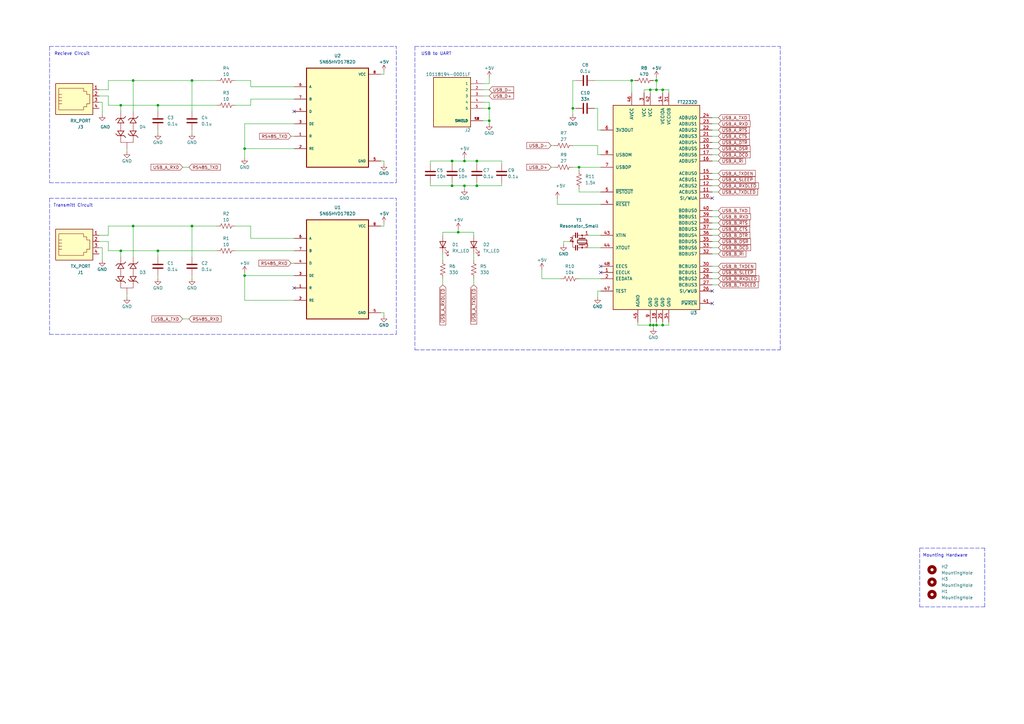
<source format=kicad_sch>
(kicad_sch (version 20210126) (generator eeschema)

  (paper "A3")

  (lib_symbols
    (symbol "10118194-0001LF:10118194-0001LF" (pin_names (offset 1.016)) (in_bom yes) (on_board yes)
      (property "Reference" "J" (id 0) (at -7.366 10.668 0)
        (effects (font (size 1.27 1.27)) (justify left bottom))
      )
      (property "Value" "10118194-0001LF" (id 1) (at -7.62 -12.7 0)
        (effects (font (size 1.27 1.27)) (justify left bottom))
      )
      (property "Footprint" "AMPHENOL_10118194-0001LF" (id 2) (at 0 0 0)
        (effects (font (size 1.27 1.27)) (justify left bottom) hide)
      )
      (property "Datasheet" "" (id 3) (at 0 0 0)
        (effects (font (size 1.27 1.27)) (justify left bottom) hide)
      )
      (property "AVAILABILITY" "Unavailable" (id 4) (at 0 0 0)
        (effects (font (size 1.27 1.27)) (justify left bottom) hide)
      )
      (property "MP" "10118194-0001LF" (id 5) (at 0 0 0)
        (effects (font (size 1.27 1.27)) (justify left bottom) hide)
      )
      (property "PRICE" "None" (id 6) (at 0 0 0)
        (effects (font (size 1.27 1.27)) (justify left bottom) hide)
      )
      (property "PACKAGE" "None" (id 7) (at 0 0 0)
        (effects (font (size 1.27 1.27)) (justify left bottom) hide)
      )
      (property "DESCRIPTION" "Micro Usb, 2.0 Type b, Rcpt, Smt" (id 8) (at 0 0 0)
        (effects (font (size 1.27 1.27)) (justify left bottom) hide)
      )
      (property "MF" "Amphenol ICC" (id 9) (at 0 0 0)
        (effects (font (size 1.27 1.27)) (justify left bottom) hide)
      )
      (property "ki_locked" "" (id 10) (at 0 0 0)
        (effects (font (size 1.27 1.27)))
      )
      (symbol "10118194-0001LF_0_0"
        (rectangle (start -7.62 -10.16) (end 7.62 10.16)
          (stroke (width 0.254)) (fill (type background))
        )
        (pin passive line (at -12.7 7.62 0) (length 5.08)
          (name "1" (effects (font (size 1.016 1.016))))
          (number "1" (effects (font (size 1.016 1.016))))
        )
        (pin passive line (at -12.7 5.08 0) (length 5.08)
          (name "2" (effects (font (size 1.016 1.016))))
          (number "2" (effects (font (size 1.016 1.016))))
        )
        (pin passive line (at -12.7 2.54 0) (length 5.08)
          (name "3" (effects (font (size 1.016 1.016))))
          (number "3" (effects (font (size 1.016 1.016))))
        )
        (pin passive line (at -12.7 0 0) (length 5.08)
          (name "4" (effects (font (size 1.016 1.016))))
          (number "4" (effects (font (size 1.016 1.016))))
        )
        (pin passive line (at -12.7 -2.54 0) (length 5.08)
          (name "5" (effects (font (size 1.016 1.016))))
          (number "5" (effects (font (size 1.016 1.016))))
        )
        (pin passive line (at -12.7 -7.62 0) (length 5.08)
          (name "SHIELD" (effects (font (size 1.016 1.016))))
          (number "S1" (effects (font (size 1.016 1.016))))
        )
        (pin passive line (at -12.7 -7.62 0) (length 5.08)
          (name "SHIELD" (effects (font (size 1.016 1.016))))
          (number "S2" (effects (font (size 1.016 1.016))))
        )
        (pin passive line (at -12.7 -7.62 0) (length 5.08)
          (name "SHIELD" (effects (font (size 1.016 1.016))))
          (number "S3" (effects (font (size 1.016 1.016))))
        )
        (pin passive line (at -12.7 -7.62 0) (length 5.08)
          (name "SHIELD" (effects (font (size 1.016 1.016))))
          (number "S4" (effects (font (size 1.016 1.016))))
        )
        (pin passive line (at -12.7 -7.62 0) (length 5.08)
          (name "SHIELD" (effects (font (size 1.016 1.016))))
          (number "S5" (effects (font (size 1.016 1.016))))
        )
        (pin passive line (at -12.7 -7.62 0) (length 5.08)
          (name "SHIELD" (effects (font (size 1.016 1.016))))
          (number "S6" (effects (font (size 1.016 1.016))))
        )
      )
    )
    (symbol "CDSOT23-SM712:CDSOT23-SM712" (pin_numbers hide) (pin_names (offset 1.016) hide) (in_bom yes) (on_board yes)
      (property "Reference" "D" (id 0) (at 5.08 2.54 0)
        (effects (font (size 1.27 1.27)) (justify left bottom))
      )
      (property "Value" "CDSOT23-SM712" (id 1) (at 5.08 0 0)
        (effects (font (size 1.27 1.27)) (justify left bottom))
      )
      (property "Footprint" "SOT-23-3" (id 2) (at 0 0 0)
        (effects (font (size 1.27 1.27)) (justify left bottom) hide)
      )
      (property "Datasheet" "" (id 3) (at 0 0 0)
        (effects (font (size 1.27 1.27)) (justify left bottom) hide)
      )
      (property "ki_locked" "" (id 4) (at 0 0 0)
        (effects (font (size 1.27 1.27)))
      )
      (symbol "CDSOT23-SM712_0_0"
        (polyline
          (pts
            (xy -3.81 2.921)
            (xy -1.27 2.921)
          )
          (stroke (width 0.254)) (fill (type none))
        )
        (polyline
          (pts
            (xy -1.27 2.921)
            (xy -2.54 4.826)
          )
          (stroke (width 0.254)) (fill (type none))
        )
        (polyline
          (pts
            (xy -3.81 2.921)
            (xy -2.54 4.826)
          )
          (stroke (width 0.254)) (fill (type none))
        )
        (polyline
          (pts
            (xy -3.81 4.826)
            (xy -2.54 4.826)
          )
          (stroke (width 0.254)) (fill (type none))
        )
        (polyline
          (pts
            (xy -1.27 4.826)
            (xy -2.54 4.826)
          )
          (stroke (width 0.254)) (fill (type none))
        )
        (polyline
          (pts
            (xy -2.54 4.826)
            (xy -2.54 5.08)
          )
          (stroke (width 0.1524)) (fill (type none))
        )
        (polyline
          (pts
            (xy 1.27 2.921)
            (xy 3.81 2.921)
          )
          (stroke (width 0.254)) (fill (type none))
        )
        (polyline
          (pts
            (xy 3.81 2.921)
            (xy 2.54 4.826)
          )
          (stroke (width 0.254)) (fill (type none))
        )
        (polyline
          (pts
            (xy 1.27 2.921)
            (xy 2.54 4.826)
          )
          (stroke (width 0.254)) (fill (type none))
        )
        (polyline
          (pts
            (xy 1.27 4.826)
            (xy 2.54 4.826)
          )
          (stroke (width 0.254)) (fill (type none))
        )
        (polyline
          (pts
            (xy 3.81 4.826)
            (xy 2.54 4.826)
          )
          (stroke (width 0.254)) (fill (type none))
        )
        (polyline
          (pts
            (xy 2.54 4.826)
            (xy 2.54 5.08)
          )
          (stroke (width 0.1524)) (fill (type none))
        )
        (polyline
          (pts
            (xy 3.81 -0.381)
            (xy 1.27 -0.381)
          )
          (stroke (width 0.254)) (fill (type none))
        )
        (polyline
          (pts
            (xy 1.27 -0.381)
            (xy 2.54 -2.286)
          )
          (stroke (width 0.254)) (fill (type none))
        )
        (polyline
          (pts
            (xy 3.81 -0.381)
            (xy 2.54 -2.286)
          )
          (stroke (width 0.254)) (fill (type none))
        )
        (polyline
          (pts
            (xy 3.81 -2.286)
            (xy 2.54 -2.286)
          )
          (stroke (width 0.254)) (fill (type none))
        )
        (polyline
          (pts
            (xy 1.27 -2.286)
            (xy 2.54 -2.286)
          )
          (stroke (width 0.254)) (fill (type none))
        )
        (polyline
          (pts
            (xy 2.54 -2.286)
            (xy 2.54 -5.08)
          )
          (stroke (width 0.1524)) (fill (type none))
        )
        (polyline
          (pts
            (xy 2.54 2.794)
            (xy 2.54 -0.254)
          )
          (stroke (width 0.1524)) (fill (type none))
        )
        (polyline
          (pts
            (xy -1.27 -0.381)
            (xy -3.81 -0.381)
          )
          (stroke (width 0.254)) (fill (type none))
        )
        (polyline
          (pts
            (xy -3.81 -0.381)
            (xy -2.54 -2.286)
          )
          (stroke (width 0.254)) (fill (type none))
        )
        (polyline
          (pts
            (xy -1.27 -0.381)
            (xy -2.54 -2.286)
          )
          (stroke (width 0.254)) (fill (type none))
        )
        (polyline
          (pts
            (xy -1.27 -2.286)
            (xy -2.54 -2.286)
          )
          (stroke (width 0.254)) (fill (type none))
        )
        (polyline
          (pts
            (xy -3.81 -2.286)
            (xy -2.54 -2.286)
          )
          (stroke (width 0.254)) (fill (type none))
        )
        (polyline
          (pts
            (xy -2.54 -2.286)
            (xy -2.54 -5.08)
          )
          (stroke (width 0.1524)) (fill (type none))
        )
        (polyline
          (pts
            (xy -2.54 2.794)
            (xy -2.54 -0.254)
          )
          (stroke (width 0.1524)) (fill (type none))
        )
        (polyline
          (pts
            (xy -2.54 -5.08)
            (xy 2.54 -5.08)
          )
          (stroke (width 0.1524)) (fill (type none))
        )
        (polyline
          (pts
            (xy -3.81 4.826)
            (xy -4.572 4.064)
          )
          (stroke (width 0.254)) (fill (type none))
        )
        (polyline
          (pts
            (xy -0.508 5.588)
            (xy -1.27 4.826)
          )
          (stroke (width 0.254)) (fill (type none))
        )
        (polyline
          (pts
            (xy 1.27 4.826)
            (xy 0.508 4.064)
          )
          (stroke (width 0.254)) (fill (type none))
        )
        (polyline
          (pts
            (xy 4.572 5.588)
            (xy 3.81 4.826)
          )
          (stroke (width 0.254)) (fill (type none))
        )
        (polyline
          (pts
            (xy -4.572 -1.524)
            (xy -3.81 -2.286)
          )
          (stroke (width 0.254)) (fill (type none))
        )
        (polyline
          (pts
            (xy -1.27 -2.286)
            (xy -0.508 -3.048)
          )
          (stroke (width 0.254)) (fill (type none))
        )
        (polyline
          (pts
            (xy 0.508 -1.524)
            (xy 1.27 -2.286)
          )
          (stroke (width 0.254)) (fill (type none))
        )
        (polyline
          (pts
            (xy 3.81 -2.286)
            (xy 4.572 -3.048)
          )
          (stroke (width 0.254)) (fill (type none))
        )
        (pin bidirectional line (at 0 -7.62 90) (length 2.54)
          (name "~" (effects (font (size 1.016 1.016))))
          (number "3" (effects (font (size 1.016 1.016))))
        )
        (pin bidirectional line (at 2.54 7.62 270) (length 2.54)
          (name "~" (effects (font (size 1.016 1.016))))
          (number "2" (effects (font (size 1.016 1.016))))
        )
        (pin bidirectional line (at -2.54 7.62 270) (length 2.54)
          (name "~" (effects (font (size 1.016 1.016))))
          (number "1" (effects (font (size 1.016 1.016))))
        )
      )
    )
    (symbol "Connector:4P4C" (pin_names (offset 1.016)) (in_bom yes) (on_board yes)
      (property "Reference" "J" (id 0) (at -5.08 8.89 0)
        (effects (font (size 1.27 1.27)) (justify right))
      )
      (property "Value" "4P4C" (id 1) (at 2.54 8.89 0)
        (effects (font (size 1.27 1.27)) (justify left))
      )
      (property "Footprint" "" (id 2) (at 0 1.27 90)
        (effects (font (size 1.27 1.27)) hide)
      )
      (property "Datasheet" "~" (id 3) (at 0 1.27 90)
        (effects (font (size 1.27 1.27)) hide)
      )
      (property "ki_keywords" "4P4C RJ female connector" (id 4) (at 0 0 0)
        (effects (font (size 1.27 1.27)) hide)
      )
      (property "ki_description" "RJ connector, 4P4C (4 positions 4 connected), RJ9/RJ10/RJ22" (id 5) (at 0 0 0)
        (effects (font (size 1.27 1.27)) hide)
      )
      (property "ki_fp_filters" "4P4C* RJ9* RJ10* RJ22*" (id 6) (at 0 0 0)
        (effects (font (size 1.27 1.27)) hide)
      )
      (symbol "4P4C_0_1"
        (rectangle (start 7.62 7.62) (end -7.62 -5.08)
          (stroke (width 0.254)) (fill (type background))
        )
        (polyline
          (pts
            (xy -6.35 -0.635)
            (xy -5.08 -0.635)
            (xy -5.08 -0.635)
          )
          (stroke (width 0)) (fill (type none))
        )
        (polyline
          (pts
            (xy -6.35 0.635)
            (xy -5.08 0.635)
            (xy -5.08 0.635)
          )
          (stroke (width 0)) (fill (type none))
        )
        (polyline
          (pts
            (xy -6.35 1.905)
            (xy -5.08 1.905)
            (xy -5.08 1.905)
          )
          (stroke (width 0)) (fill (type none))
        )
        (polyline
          (pts
            (xy -6.35 3.175)
            (xy -5.08 3.175)
            (xy -5.08 3.175)
          )
          (stroke (width 0)) (fill (type none))
        )
        (polyline
          (pts
            (xy -6.35 -3.175)
            (xy -6.35 5.715)
            (xy -1.27 5.715)
            (xy 3.81 5.715)
            (xy 3.81 4.445)
            (xy 5.08 4.445)
            (xy 5.08 3.175)
            (xy 6.35 3.175)
            (xy 6.35 -0.635)
            (xy 5.08 -0.635)
            (xy 5.08 -1.905)
            (xy 3.81 -1.905)
            (xy 3.81 -3.175)
            (xy -6.35 -3.175)
            (xy -6.35 -3.175)
          )
          (stroke (width 0)) (fill (type none))
        )
      )
      (symbol "4P4C_1_1"
        (pin passive line (at 10.16 -2.54 180) (length 2.54)
          (name "~" (effects (font (size 1.27 1.27))))
          (number "1" (effects (font (size 1.27 1.27))))
        )
        (pin passive line (at 10.16 0 180) (length 2.54)
          (name "~" (effects (font (size 1.27 1.27))))
          (number "2" (effects (font (size 1.27 1.27))))
        )
        (pin passive line (at 10.16 2.54 180) (length 2.54)
          (name "~" (effects (font (size 1.27 1.27))))
          (number "3" (effects (font (size 1.27 1.27))))
        )
        (pin passive line (at 10.16 5.08 180) (length 2.54)
          (name "~" (effects (font (size 1.27 1.27))))
          (number "4" (effects (font (size 1.27 1.27))))
        )
      )
    )
    (symbol "Device:C" (pin_numbers hide) (pin_names (offset 0.254)) (in_bom yes) (on_board yes)
      (property "Reference" "C" (id 0) (at 0.635 2.54 0)
        (effects (font (size 1.27 1.27)) (justify left))
      )
      (property "Value" "C" (id 1) (at 0.635 -2.54 0)
        (effects (font (size 1.27 1.27)) (justify left))
      )
      (property "Footprint" "" (id 2) (at 0.9652 -3.81 0)
        (effects (font (size 1.27 1.27)) hide)
      )
      (property "Datasheet" "~" (id 3) (at 0 0 0)
        (effects (font (size 1.27 1.27)) hide)
      )
      (property "ki_keywords" "cap capacitor" (id 4) (at 0 0 0)
        (effects (font (size 1.27 1.27)) hide)
      )
      (property "ki_description" "Unpolarized capacitor" (id 5) (at 0 0 0)
        (effects (font (size 1.27 1.27)) hide)
      )
      (property "ki_fp_filters" "C_*" (id 6) (at 0 0 0)
        (effects (font (size 1.27 1.27)) hide)
      )
      (symbol "C_0_1"
        (polyline
          (pts
            (xy -2.032 -0.762)
            (xy 2.032 -0.762)
          )
          (stroke (width 0.508)) (fill (type none))
        )
        (polyline
          (pts
            (xy -2.032 0.762)
            (xy 2.032 0.762)
          )
          (stroke (width 0.508)) (fill (type none))
        )
      )
      (symbol "C_1_1"
        (pin passive line (at 0 3.81 270) (length 2.794)
          (name "~" (effects (font (size 1.27 1.27))))
          (number "1" (effects (font (size 1.27 1.27))))
        )
        (pin passive line (at 0 -3.81 90) (length 2.794)
          (name "~" (effects (font (size 1.27 1.27))))
          (number "2" (effects (font (size 1.27 1.27))))
        )
      )
    )
    (symbol "Device:LED" (pin_numbers hide) (pin_names (offset 1.016) hide) (in_bom yes) (on_board yes)
      (property "Reference" "D" (id 0) (at 0 2.54 0)
        (effects (font (size 1.27 1.27)))
      )
      (property "Value" "LED" (id 1) (at 0 -2.54 0)
        (effects (font (size 1.27 1.27)))
      )
      (property "Footprint" "" (id 2) (at 0 0 0)
        (effects (font (size 1.27 1.27)) hide)
      )
      (property "Datasheet" "~" (id 3) (at 0 0 0)
        (effects (font (size 1.27 1.27)) hide)
      )
      (property "ki_keywords" "LED diode" (id 4) (at 0 0 0)
        (effects (font (size 1.27 1.27)) hide)
      )
      (property "ki_description" "Light emitting diode" (id 5) (at 0 0 0)
        (effects (font (size 1.27 1.27)) hide)
      )
      (property "ki_fp_filters" "LED* LED_SMD:* LED_THT:*" (id 6) (at 0 0 0)
        (effects (font (size 1.27 1.27)) hide)
      )
      (symbol "LED_0_1"
        (polyline
          (pts
            (xy -1.27 -1.27)
            (xy -1.27 1.27)
          )
          (stroke (width 0.254)) (fill (type none))
        )
        (polyline
          (pts
            (xy -1.27 0)
            (xy 1.27 0)
          )
          (stroke (width 0)) (fill (type none))
        )
        (polyline
          (pts
            (xy 1.27 -1.27)
            (xy 1.27 1.27)
            (xy -1.27 0)
            (xy 1.27 -1.27)
          )
          (stroke (width 0.254)) (fill (type none))
        )
        (polyline
          (pts
            (xy -3.048 -0.762)
            (xy -4.572 -2.286)
            (xy -3.81 -2.286)
            (xy -4.572 -2.286)
            (xy -4.572 -1.524)
          )
          (stroke (width 0)) (fill (type none))
        )
        (polyline
          (pts
            (xy -1.778 -0.762)
            (xy -3.302 -2.286)
            (xy -2.54 -2.286)
            (xy -3.302 -2.286)
            (xy -3.302 -1.524)
          )
          (stroke (width 0)) (fill (type none))
        )
      )
      (symbol "LED_1_1"
        (pin passive line (at -3.81 0 0) (length 2.54)
          (name "K" (effects (font (size 1.27 1.27))))
          (number "1" (effects (font (size 1.27 1.27))))
        )
        (pin passive line (at 3.81 0 180) (length 2.54)
          (name "A" (effects (font (size 1.27 1.27))))
          (number "2" (effects (font (size 1.27 1.27))))
        )
      )
    )
    (symbol "Device:R_US" (pin_numbers hide) (pin_names (offset 0)) (in_bom yes) (on_board yes)
      (property "Reference" "R" (id 0) (at 2.54 0 90)
        (effects (font (size 1.27 1.27)))
      )
      (property "Value" "R_US" (id 1) (at -2.54 0 90)
        (effects (font (size 1.27 1.27)))
      )
      (property "Footprint" "" (id 2) (at 1.016 -0.254 90)
        (effects (font (size 1.27 1.27)) hide)
      )
      (property "Datasheet" "~" (id 3) (at 0 0 0)
        (effects (font (size 1.27 1.27)) hide)
      )
      (property "ki_keywords" "R res resistor" (id 4) (at 0 0 0)
        (effects (font (size 1.27 1.27)) hide)
      )
      (property "ki_description" "Resistor, US symbol" (id 5) (at 0 0 0)
        (effects (font (size 1.27 1.27)) hide)
      )
      (property "ki_fp_filters" "R_*" (id 6) (at 0 0 0)
        (effects (font (size 1.27 1.27)) hide)
      )
      (symbol "R_US_0_1"
        (polyline
          (pts
            (xy 0 -2.286)
            (xy 0 -2.54)
          )
          (stroke (width 0)) (fill (type none))
        )
        (polyline
          (pts
            (xy 0 2.286)
            (xy 0 2.54)
          )
          (stroke (width 0)) (fill (type none))
        )
        (polyline
          (pts
            (xy 0 -0.762)
            (xy 1.016 -1.143)
            (xy 0 -1.524)
            (xy -1.016 -1.905)
            (xy 0 -2.286)
          )
          (stroke (width 0)) (fill (type none))
        )
        (polyline
          (pts
            (xy 0 0.762)
            (xy 1.016 0.381)
            (xy 0 0)
            (xy -1.016 -0.381)
            (xy 0 -0.762)
          )
          (stroke (width 0)) (fill (type none))
        )
        (polyline
          (pts
            (xy 0 2.286)
            (xy 1.016 1.905)
            (xy 0 1.524)
            (xy -1.016 1.143)
            (xy 0 0.762)
          )
          (stroke (width 0)) (fill (type none))
        )
      )
      (symbol "R_US_1_1"
        (pin passive line (at 0 3.81 270) (length 1.27)
          (name "~" (effects (font (size 1.27 1.27))))
          (number "1" (effects (font (size 1.27 1.27))))
        )
        (pin passive line (at 0 -3.81 90) (length 1.27)
          (name "~" (effects (font (size 1.27 1.27))))
          (number "2" (effects (font (size 1.27 1.27))))
        )
      )
    )
    (symbol "Device:Resonator_Small" (pin_names (offset 1.016) hide) (in_bom yes) (on_board yes)
      (property "Reference" "Y" (id 0) (at 3.175 1.905 0)
        (effects (font (size 1.27 1.27)) (justify left))
      )
      (property "Value" "Resonator_Small" (id 1) (at 3.175 0 0)
        (effects (font (size 1.27 1.27)) (justify left))
      )
      (property "Footprint" "" (id 2) (at -0.635 0 0)
        (effects (font (size 1.27 1.27)) hide)
      )
      (property "Datasheet" "~" (id 3) (at -0.635 0 0)
        (effects (font (size 1.27 1.27)) hide)
      )
      (property "ki_keywords" "ceramic resonator" (id 4) (at 0 0 0)
        (effects (font (size 1.27 1.27)) hide)
      )
      (property "ki_description" "Three pin ceramic resonator, small symbol" (id 5) (at 0 0 0)
        (effects (font (size 1.27 1.27)) hide)
      )
      (property "ki_fp_filters" "Filter* Resonator*" (id 6) (at 0 0 0)
        (effects (font (size 1.27 1.27)) hide)
      )
      (symbol "Resonator_Small_0_1"
        (circle (center -2.54 0) (radius 0.254) (stroke (width 0)) (fill (type outline)))
        (circle (center 0 -3.81) (radius 0.254) (stroke (width 0)) (fill (type outline)))
        (circle (center 2.54 0) (radius 0.254) (stroke (width 0)) (fill (type outline)))
        (rectangle (start -3.556 -2.54) (end -1.524 -2.794)
          (stroke (width 0)) (fill (type outline))
        )
        (rectangle (start -3.556 -1.778) (end -1.524 -2.032)
          (stroke (width 0)) (fill (type outline))
        )
        (rectangle (start -0.635 1.905) (end 0.635 -1.905)
          (stroke (width 0.3048)) (fill (type none))
        )
        (rectangle (start 1.524 -2.54) (end 3.556 -2.794)
          (stroke (width 0)) (fill (type outline))
        )
        (rectangle (start 1.524 -1.778) (end 3.556 -2.032)
          (stroke (width 0)) (fill (type outline))
        )
        (polyline
          (pts
            (xy -2.54 -1.778)
            (xy -2.54 0)
          )
          (stroke (width 0)) (fill (type none))
        )
        (polyline
          (pts
            (xy -2.54 0)
            (xy -1.397 0)
          )
          (stroke (width 0)) (fill (type none))
        )
        (polyline
          (pts
            (xy -2.54 1.27)
            (xy -2.54 0)
          )
          (stroke (width 0)) (fill (type none))
        )
        (polyline
          (pts
            (xy -1.27 -1.27)
            (xy -1.27 1.27)
          )
          (stroke (width 0.381)) (fill (type none))
        )
        (polyline
          (pts
            (xy 1.27 -1.27)
            (xy 1.27 1.27)
          )
          (stroke (width 0.381)) (fill (type none))
        )
        (polyline
          (pts
            (xy 1.27 0)
            (xy 2.54 0)
          )
          (stroke (width 0)) (fill (type none))
        )
        (polyline
          (pts
            (xy 2.54 0)
            (xy 2.54 -1.778)
          )
          (stroke (width 0)) (fill (type none))
        )
        (polyline
          (pts
            (xy 2.54 1.27)
            (xy 2.54 0)
          )
          (stroke (width 0)) (fill (type none))
        )
        (polyline
          (pts
            (xy 2.413 -2.794)
            (xy 2.413 -3.81)
            (xy -2.413 -3.81)
            (xy -2.413 -2.667)
          )
          (stroke (width 0)) (fill (type none))
        )
      )
      (symbol "Resonator_Small_1_1"
        (pin passive line (at -2.54 2.54 270) (length 1.27)
          (name "1" (effects (font (size 1.27 1.27))))
          (number "1" (effects (font (size 1.27 1.27))))
        )
        (pin passive line (at 0 -5.08 90) (length 1.27)
          (name "2" (effects (font (size 1.27 1.27))))
          (number "2" (effects (font (size 1.27 1.27))))
        )
        (pin passive line (at 2.54 2.54 270) (length 1.27)
          (name "3" (effects (font (size 1.27 1.27))))
          (number "3" (effects (font (size 1.27 1.27))))
        )
      )
    )
    (symbol "Interface_USB:FT2232D" (pin_names (offset 1.016)) (in_bom yes) (on_board yes)
      (property "Reference" "U" (id 0) (at -16.51 44.45 0)
        (effects (font (size 1.27 1.27)))
      )
      (property "Value" "FT2232D" (id 1) (at 13.97 44.45 0)
        (effects (font (size 1.27 1.27)))
      )
      (property "Footprint" "Package_QFP:LQFP-48_7x7mm_P0.5mm" (id 2) (at 25.4 -41.91 0)
        (effects (font (size 1.27 1.27)) hide)
      )
      (property "Datasheet" "http://www.ftdichip.com/Support/Documents/DataSheets/ICs/DS_FT2232D.pdf" (id 3) (at 0 0 0)
        (effects (font (size 1.27 1.27)) hide)
      )
      (property "ki_keywords" "USB Double UART FIFO" (id 4) (at 0 0 0)
        (effects (font (size 1.27 1.27)) hide)
      )
      (property "ki_description" "Full Speed Double Channel USB UART/FIFO, LQFP-48" (id 5) (at 0 0 0)
        (effects (font (size 1.27 1.27)) hide)
      )
      (property "ki_fp_filters" "LQFP*7x7mm*P0.5mm*" (id 6) (at 0 0 0)
        (effects (font (size 1.27 1.27)) hide)
      )
      (symbol "FT2232D_0_1"
        (rectangle (start -17.78 -40.64) (end 17.78 43.18)
          (stroke (width 0.254)) (fill (type background))
        )
      )
      (symbol "FT2232D_1_1"
        (pin output line (at -22.86 -25.4 0) (length 5.08)
          (name "EECLK" (effects (font (size 1.27 1.27))))
          (number "1" (effects (font (size 1.27 1.27))))
        )
        (pin bidirectional line (at 22.86 5.08 180) (length 5.08)
          (name "SI/WUA" (effects (font (size 1.27 1.27))))
          (number "10" (effects (font (size 1.27 1.27))))
        )
        (pin bidirectional line (at 22.86 7.62 180) (length 5.08)
          (name "ACBUS3" (effects (font (size 1.27 1.27))))
          (number "11" (effects (font (size 1.27 1.27))))
        )
        (pin bidirectional line (at 22.86 10.16 180) (length 5.08)
          (name "ACBUS2" (effects (font (size 1.27 1.27))))
          (number "12" (effects (font (size 1.27 1.27))))
        )
        (pin bidirectional line (at 22.86 12.7 180) (length 5.08)
          (name "ACBUS1" (effects (font (size 1.27 1.27))))
          (number "13" (effects (font (size 1.27 1.27))))
        )
        (pin power_in line (at 2.54 48.26 270) (length 5.08)
          (name "VCCIOA" (effects (font (size 1.27 1.27))))
          (number "14" (effects (font (size 1.27 1.27))))
        )
        (pin bidirectional line (at 22.86 15.24 180) (length 5.08)
          (name "ACBUS0" (effects (font (size 1.27 1.27))))
          (number "15" (effects (font (size 1.27 1.27))))
        )
        (pin bidirectional line (at 22.86 20.32 180) (length 5.08)
          (name "ADBUS7" (effects (font (size 1.27 1.27))))
          (number "16" (effects (font (size 1.27 1.27))))
        )
        (pin bidirectional line (at 22.86 22.86 180) (length 5.08)
          (name "ADBUS6" (effects (font (size 1.27 1.27))))
          (number "17" (effects (font (size 1.27 1.27))))
        )
        (pin power_in line (at 0 -45.72 90) (length 5.08)
          (name "GND" (effects (font (size 1.27 1.27))))
          (number "18" (effects (font (size 1.27 1.27))))
        )
        (pin bidirectional line (at 22.86 25.4 180) (length 5.08)
          (name "ADBUS5" (effects (font (size 1.27 1.27))))
          (number "19" (effects (font (size 1.27 1.27))))
        )
        (pin bidirectional line (at -22.86 -27.94 0) (length 5.08)
          (name "EEDATA" (effects (font (size 1.27 1.27))))
          (number "2" (effects (font (size 1.27 1.27))))
        )
        (pin bidirectional line (at 22.86 27.94 180) (length 5.08)
          (name "ADBUS4" (effects (font (size 1.27 1.27))))
          (number "20" (effects (font (size 1.27 1.27))))
        )
        (pin bidirectional line (at 22.86 30.48 180) (length 5.08)
          (name "ADBUS3" (effects (font (size 1.27 1.27))))
          (number "21" (effects (font (size 1.27 1.27))))
        )
        (pin bidirectional line (at 22.86 33.02 180) (length 5.08)
          (name "ADBUS2" (effects (font (size 1.27 1.27))))
          (number "22" (effects (font (size 1.27 1.27))))
        )
        (pin bidirectional line (at 22.86 35.56 180) (length 5.08)
          (name "ADBUS1" (effects (font (size 1.27 1.27))))
          (number "23" (effects (font (size 1.27 1.27))))
        )
        (pin bidirectional line (at 22.86 38.1 180) (length 5.08)
          (name "ADBUS0" (effects (font (size 1.27 1.27))))
          (number "24" (effects (font (size 1.27 1.27))))
        )
        (pin power_in line (at 2.54 -45.72 90) (length 5.08)
          (name "GND" (effects (font (size 1.27 1.27))))
          (number "25" (effects (font (size 1.27 1.27))))
        )
        (pin output line (at 22.86 -33.02 180) (length 5.08)
          (name "SI/WUB" (effects (font (size 1.27 1.27))))
          (number "26" (effects (font (size 1.27 1.27))))
        )
        (pin output line (at 22.86 -30.48 180) (length 5.08)
          (name "BCBUS3" (effects (font (size 1.27 1.27))))
          (number "27" (effects (font (size 1.27 1.27))))
        )
        (pin output line (at 22.86 -27.94 180) (length 5.08)
          (name "BCBUS2" (effects (font (size 1.27 1.27))))
          (number "28" (effects (font (size 1.27 1.27))))
        )
        (pin output line (at 22.86 -25.4 180) (length 5.08)
          (name "BCBUS1" (effects (font (size 1.27 1.27))))
          (number "29" (effects (font (size 1.27 1.27))))
        )
        (pin power_in line (at -5.08 48.26 270) (length 5.08)
          (name "VCC" (effects (font (size 1.27 1.27))))
          (number "3" (effects (font (size 1.27 1.27))))
        )
        (pin output line (at 22.86 -22.86 180) (length 5.08)
          (name "BCBUS0" (effects (font (size 1.27 1.27))))
          (number "30" (effects (font (size 1.27 1.27))))
        )
        (pin power_in line (at 5.08 48.26 270) (length 5.08)
          (name "VCCIOB" (effects (font (size 1.27 1.27))))
          (number "31" (effects (font (size 1.27 1.27))))
        )
        (pin output line (at 22.86 -17.78 180) (length 5.08)
          (name "BDBUS7" (effects (font (size 1.27 1.27))))
          (number "32" (effects (font (size 1.27 1.27))))
        )
        (pin output line (at 22.86 -15.24 180) (length 5.08)
          (name "BDBUS6" (effects (font (size 1.27 1.27))))
          (number "33" (effects (font (size 1.27 1.27))))
        )
        (pin power_in line (at 5.08 -45.72 90) (length 5.08)
          (name "GND" (effects (font (size 1.27 1.27))))
          (number "34" (effects (font (size 1.27 1.27))))
        )
        (pin output line (at 22.86 -12.7 180) (length 5.08)
          (name "BDBUS5" (effects (font (size 1.27 1.27))))
          (number "35" (effects (font (size 1.27 1.27))))
        )
        (pin output line (at 22.86 -10.16 180) (length 5.08)
          (name "BDBUS4" (effects (font (size 1.27 1.27))))
          (number "36" (effects (font (size 1.27 1.27))))
        )
        (pin output line (at 22.86 -7.62 180) (length 5.08)
          (name "BDBUS3" (effects (font (size 1.27 1.27))))
          (number "37" (effects (font (size 1.27 1.27))))
        )
        (pin output line (at 22.86 -5.08 180) (length 5.08)
          (name "BDBUS2" (effects (font (size 1.27 1.27))))
          (number "38" (effects (font (size 1.27 1.27))))
        )
        (pin output line (at 22.86 -2.54 180) (length 5.08)
          (name "BDBUS1" (effects (font (size 1.27 1.27))))
          (number "39" (effects (font (size 1.27 1.27))))
        )
        (pin input line (at -22.86 2.54 0) (length 5.08)
          (name "~RESET" (effects (font (size 1.27 1.27))))
          (number "4" (effects (font (size 1.27 1.27))))
        )
        (pin output line (at 22.86 0 180) (length 5.08)
          (name "BDBUS0" (effects (font (size 1.27 1.27))))
          (number "40" (effects (font (size 1.27 1.27))))
        )
        (pin output line (at 22.86 -38.1 180) (length 5.08)
          (name "~PWREN" (effects (font (size 1.27 1.27))))
          (number "41" (effects (font (size 1.27 1.27))))
        )
        (pin power_in line (at -2.54 48.26 270) (length 5.08)
          (name "VCC" (effects (font (size 1.27 1.27))))
          (number "42" (effects (font (size 1.27 1.27))))
        )
        (pin input line (at -22.86 -10.16 0) (length 5.08)
          (name "XTIN" (effects (font (size 1.27 1.27))))
          (number "43" (effects (font (size 1.27 1.27))))
        )
        (pin output line (at -22.86 -15.24 0) (length 5.08)
          (name "XTOUT" (effects (font (size 1.27 1.27))))
          (number "44" (effects (font (size 1.27 1.27))))
        )
        (pin power_in line (at -7.62 -45.72 90) (length 5.08)
          (name "AGND" (effects (font (size 1.27 1.27))))
          (number "45" (effects (font (size 1.27 1.27))))
        )
        (pin power_in line (at -10.16 48.26 270) (length 5.08)
          (name "AVCC" (effects (font (size 1.27 1.27))))
          (number "46" (effects (font (size 1.27 1.27))))
        )
        (pin input line (at -22.86 -33.02 0) (length 5.08)
          (name "TEST" (effects (font (size 1.27 1.27))))
          (number "47" (effects (font (size 1.27 1.27))))
        )
        (pin bidirectional line (at -22.86 -22.86 0) (length 5.08)
          (name "EECS" (effects (font (size 1.27 1.27))))
          (number "48" (effects (font (size 1.27 1.27))))
        )
        (pin output line (at -22.86 7.62 0) (length 5.08)
          (name "~RSTOUT" (effects (font (size 1.27 1.27))))
          (number "5" (effects (font (size 1.27 1.27))))
        )
        (pin power_out line (at -22.86 33.02 0) (length 5.08)
          (name "3V3OUT" (effects (font (size 1.27 1.27))))
          (number "6" (effects (font (size 1.27 1.27))))
        )
        (pin bidirectional line (at -22.86 17.78 0) (length 5.08)
          (name "USBDP" (effects (font (size 1.27 1.27))))
          (number "7" (effects (font (size 1.27 1.27))))
        )
        (pin bidirectional line (at -22.86 22.86 0) (length 5.08)
          (name "USBDM" (effects (font (size 1.27 1.27))))
          (number "8" (effects (font (size 1.27 1.27))))
        )
        (pin power_in line (at -2.54 -45.72 90) (length 5.08)
          (name "GND" (effects (font (size 1.27 1.27))))
          (number "9" (effects (font (size 1.27 1.27))))
        )
      )
    )
    (symbol "Mechanical:MountingHole" (pin_names (offset 1.016)) (in_bom yes) (on_board yes)
      (property "Reference" "H" (id 0) (at 0 5.08 0)
        (effects (font (size 1.27 1.27)))
      )
      (property "Value" "MountingHole" (id 1) (at 0 3.175 0)
        (effects (font (size 1.27 1.27)))
      )
      (property "Footprint" "" (id 2) (at 0 0 0)
        (effects (font (size 1.27 1.27)) hide)
      )
      (property "Datasheet" "~" (id 3) (at 0 0 0)
        (effects (font (size 1.27 1.27)) hide)
      )
      (property "ki_keywords" "mounting hole" (id 4) (at 0 0 0)
        (effects (font (size 1.27 1.27)) hide)
      )
      (property "ki_description" "Mounting Hole without connection" (id 5) (at 0 0 0)
        (effects (font (size 1.27 1.27)) hide)
      )
      (property "ki_fp_filters" "MountingHole*" (id 6) (at 0 0 0)
        (effects (font (size 1.27 1.27)) hide)
      )
      (symbol "MountingHole_0_1"
        (circle (center 0 0) (radius 1.27) (stroke (width 1.27)) (fill (type none)))
      )
    )
    (symbol "SN65HVD1782D:SN65HVD1782D" (pin_names (offset 1.016)) (in_bom yes) (on_board yes)
      (property "Reference" "U" (id 0) (at -12.7 21.3106 0)
        (effects (font (size 1.27 1.27)) (justify left bottom))
      )
      (property "Value" "SN65HVD1782D" (id 1) (at -12.7 -24.3078 0)
        (effects (font (size 1.27 1.27)) (justify left bottom))
      )
      (property "Footprint" "SOIC127P599X175-8N" (id 2) (at 0 0 0)
        (effects (font (size 1.27 1.27)) (justify left bottom) hide)
      )
      (property "Datasheet" "" (id 3) (at 0 0 0)
        (effects (font (size 1.27 1.27)) (justify left bottom) hide)
      )
      (property "ki_locked" "" (id 4) (at 0 0 0)
        (effects (font (size 1.27 1.27)))
      )
      (symbol "SN65HVD1782D_0_0"
        (rectangle (start -12.7 -20.32) (end 12.7 20.32)
          (stroke (width 0.4064)) (fill (type background))
        )
        (pin bidirectional line (at -17.78 12.7 0) (length 5.08)
          (name "A" (effects (font (size 1.016 1.016))))
          (number "6" (effects (font (size 1.016 1.016))))
        )
        (pin bidirectional line (at -17.78 7.62 0) (length 5.08)
          (name "B" (effects (font (size 1.016 1.016))))
          (number "7" (effects (font (size 1.016 1.016))))
        )
        (pin bidirectional line (at -17.78 2.54 0) (length 5.08)
          (name "D" (effects (font (size 1.016 1.016))))
          (number "4" (effects (font (size 1.016 1.016))))
        )
        (pin bidirectional line (at -17.78 -2.54 0) (length 5.08)
          (name "DE" (effects (font (size 1.016 1.016))))
          (number "3" (effects (font (size 1.016 1.016))))
        )
        (pin bidirectional line (at -17.78 -7.62 0) (length 5.08)
          (name "R" (effects (font (size 1.016 1.016))))
          (number "1" (effects (font (size 1.016 1.016))))
        )
        (pin bidirectional line (at -17.78 -12.7 0) (length 5.08)
          (name "RE" (effects (font (size 1.016 1.016))))
          (number "2" (effects (font (size 1.016 1.016))))
        )
        (pin power_in line (at 17.78 17.78 180) (length 5.08)
          (name "VCC" (effects (font (size 1.016 1.016))))
          (number "8" (effects (font (size 1.016 1.016))))
        )
        (pin power_in line (at 17.78 -17.78 180) (length 5.08)
          (name "GND" (effects (font (size 1.016 1.016))))
          (number "5" (effects (font (size 1.016 1.016))))
        )
      )
    )
    (symbol "power:+5V" (power) (pin_names (offset 0)) (in_bom yes) (on_board yes)
      (property "Reference" "#PWR" (id 0) (at 0 -3.81 0)
        (effects (font (size 1.27 1.27)) hide)
      )
      (property "Value" "+5V" (id 1) (at 0 3.556 0)
        (effects (font (size 1.27 1.27)))
      )
      (property "Footprint" "" (id 2) (at 0 0 0)
        (effects (font (size 1.27 1.27)) hide)
      )
      (property "Datasheet" "" (id 3) (at 0 0 0)
        (effects (font (size 1.27 1.27)) hide)
      )
      (property "ki_keywords" "power-flag" (id 4) (at 0 0 0)
        (effects (font (size 1.27 1.27)) hide)
      )
      (property "ki_description" "Power symbol creates a global label with name \"+5V\"" (id 5) (at 0 0 0)
        (effects (font (size 1.27 1.27)) hide)
      )
      (symbol "+5V_0_1"
        (polyline
          (pts
            (xy -0.762 1.27)
            (xy 0 2.54)
          )
          (stroke (width 0)) (fill (type none))
        )
        (polyline
          (pts
            (xy 0 0)
            (xy 0 2.54)
          )
          (stroke (width 0)) (fill (type none))
        )
        (polyline
          (pts
            (xy 0 2.54)
            (xy 0.762 1.27)
          )
          (stroke (width 0)) (fill (type none))
        )
      )
      (symbol "+5V_1_1"
        (pin power_in line (at 0 0 90) (length 0) hide
          (name "+5V" (effects (font (size 1.27 1.27))))
          (number "1" (effects (font (size 1.27 1.27))))
        )
      )
    )
    (symbol "power:GND" (power) (pin_names (offset 0)) (in_bom yes) (on_board yes)
      (property "Reference" "#PWR" (id 0) (at 0 -6.35 0)
        (effects (font (size 1.27 1.27)) hide)
      )
      (property "Value" "GND" (id 1) (at 0 -3.81 0)
        (effects (font (size 1.27 1.27)))
      )
      (property "Footprint" "" (id 2) (at 0 0 0)
        (effects (font (size 1.27 1.27)) hide)
      )
      (property "Datasheet" "" (id 3) (at 0 0 0)
        (effects (font (size 1.27 1.27)) hide)
      )
      (property "ki_keywords" "power-flag" (id 4) (at 0 0 0)
        (effects (font (size 1.27 1.27)) hide)
      )
      (property "ki_description" "Power symbol creates a global label with name \"GND\" , ground" (id 5) (at 0 0 0)
        (effects (font (size 1.27 1.27)) hide)
      )
      (symbol "GND_0_1"
        (polyline
          (pts
            (xy 0 0)
            (xy 0 -1.27)
            (xy 1.27 -1.27)
            (xy 0 -2.54)
            (xy -1.27 -1.27)
            (xy 0 -1.27)
          )
          (stroke (width 0)) (fill (type none))
        )
      )
      (symbol "GND_1_1"
        (pin power_in line (at 0 0 270) (length 0) hide
          (name "GND" (effects (font (size 1.27 1.27))))
          (number "1" (effects (font (size 1.27 1.27))))
        )
      )
    )
  )

  (junction (at 49.53 43.18) (diameter 0.9144) (color 0 0 0 0))
  (junction (at 49.53 102.87) (diameter 0.9144) (color 0 0 0 0))
  (junction (at 54.61 33.02) (diameter 0.9144) (color 0 0 0 0))
  (junction (at 54.61 92.71) (diameter 0.9144) (color 0 0 0 0))
  (junction (at 64.77 43.18) (diameter 0.9144) (color 0 0 0 0))
  (junction (at 64.77 102.87) (diameter 0.9144) (color 0 0 0 0))
  (junction (at 78.74 33.02) (diameter 0.9144) (color 0 0 0 0))
  (junction (at 78.74 92.71) (diameter 0.9144) (color 0 0 0 0))
  (junction (at 100.33 60.96) (diameter 0.9144) (color 0 0 0 0))
  (junction (at 100.33 113.03) (diameter 0.9144) (color 0 0 0 0))
  (junction (at 185.42 66.04) (diameter 0.9144) (color 0 0 0 0))
  (junction (at 185.42 76.2) (diameter 0.9144) (color 0 0 0 0))
  (junction (at 187.96 95.25) (diameter 0.9144) (color 0 0 0 0))
  (junction (at 190.5 66.04) (diameter 0.9144) (color 0 0 0 0))
  (junction (at 190.5 76.2) (diameter 0.9144) (color 0 0 0 0))
  (junction (at 195.58 66.04) (diameter 0.9144) (color 0 0 0 0))
  (junction (at 195.58 76.2) (diameter 0.9144) (color 0 0 0 0))
  (junction (at 200.66 44.45) (diameter 0.9144) (color 0 0 0 0))
  (junction (at 200.66 49.53) (diameter 0.9144) (color 0 0 0 0))
  (junction (at 234.95 44.45) (diameter 0.9144) (color 0 0 0 0))
  (junction (at 237.49 68.58) (diameter 0.9144) (color 0 0 0 0))
  (junction (at 259.08 33.02) (diameter 0.9144) (color 0 0 0 0))
  (junction (at 266.7 36.83) (diameter 0.9144) (color 0 0 0 0))
  (junction (at 266.7 133.35) (diameter 0.9144) (color 0 0 0 0))
  (junction (at 267.97 133.35) (diameter 0.9144) (color 0 0 0 0))
  (junction (at 269.24 33.02) (diameter 0.9144) (color 0 0 0 0))
  (junction (at 269.24 36.83) (diameter 0.9144) (color 0 0 0 0))
  (junction (at 269.24 133.35) (diameter 0.9144) (color 0 0 0 0))
  (junction (at 271.78 36.83) (diameter 0.9144) (color 0 0 0 0))
  (junction (at 271.78 133.35) (diameter 0.9144) (color 0 0 0 0))

  (no_connect (at 120.65 45.72) (uuid 1fbab306-0b95-4656-923b-5870d8099980))
  (no_connect (at 120.65 118.11) (uuid 51a079f4-16d5-42fc-8ed0-f86dbdb4922d))
  (no_connect (at 246.38 109.22) (uuid 9f96c152-9417-48a6-86aa-80904ed736c1))
  (no_connect (at 246.38 111.76) (uuid 9f96c152-9417-48a6-86aa-80904ed736c1))
  (no_connect (at 292.1 81.28) (uuid f6a160b6-da99-4545-8194-b0f95bdc6ea8))
  (no_connect (at 292.1 119.38) (uuid 9cc291e6-0e63-4646-bb20-cc8fcb98252c))
  (no_connect (at 292.1 124.46) (uuid 17fce917-5602-4400-b428-28a4c1b6131b))

  (wire (pts (xy 40.64 36.83) (xy 44.45 36.83))
    (stroke (width 0) (type solid) (color 0 0 0 0))
    (uuid 34250611-6842-4913-a411-eb2f6a4b3fce)
  )
  (wire (pts (xy 40.64 39.37) (xy 44.45 39.37))
    (stroke (width 0) (type solid) (color 0 0 0 0))
    (uuid efe740d6-84c8-4cc7-b955-70da7de561d7)
  )
  (wire (pts (xy 40.64 96.52) (xy 44.45 96.52))
    (stroke (width 0) (type solid) (color 0 0 0 0))
    (uuid c9def40c-0caa-4c55-b765-3c8594b05648)
  )
  (wire (pts (xy 40.64 99.06) (xy 44.45 99.06))
    (stroke (width 0) (type solid) (color 0 0 0 0))
    (uuid fda5fa60-550a-4dc9-b646-bc8962f80727)
  )
  (wire (pts (xy 41.91 41.91) (xy 40.64 41.91))
    (stroke (width 0) (type solid) (color 0 0 0 0))
    (uuid ec00c21f-2bf6-41a8-98d4-b97976149ae9)
  )
  (wire (pts (xy 41.91 46.99) (xy 41.91 41.91))
    (stroke (width 0) (type solid) (color 0 0 0 0))
    (uuid 1edad19c-9106-4949-9663-248d2d2a05ec)
  )
  (wire (pts (xy 41.91 101.6) (xy 40.64 101.6))
    (stroke (width 0) (type solid) (color 0 0 0 0))
    (uuid 99812027-39d4-445c-89c6-49695ca460c0)
  )
  (wire (pts (xy 41.91 106.68) (xy 41.91 101.6))
    (stroke (width 0) (type solid) (color 0 0 0 0))
    (uuid 99812027-39d4-445c-89c6-49695ca460c0)
  )
  (wire (pts (xy 44.45 33.02) (xy 54.61 33.02))
    (stroke (width 0) (type solid) (color 0 0 0 0))
    (uuid e12e28a7-2376-40ca-be56-6d820b81a967)
  )
  (wire (pts (xy 44.45 36.83) (xy 44.45 33.02))
    (stroke (width 0) (type solid) (color 0 0 0 0))
    (uuid d495c537-332d-4e68-9ee5-c54e618797ba)
  )
  (wire (pts (xy 44.45 39.37) (xy 44.45 43.18))
    (stroke (width 0) (type solid) (color 0 0 0 0))
    (uuid 0b000047-e7f5-43fe-9cdb-927cb2c2b790)
  )
  (wire (pts (xy 44.45 43.18) (xy 49.53 43.18))
    (stroke (width 0) (type solid) (color 0 0 0 0))
    (uuid 41c1bd9d-c41f-4c30-9bb4-830d6d652780)
  )
  (wire (pts (xy 44.45 92.71) (xy 54.61 92.71))
    (stroke (width 0) (type solid) (color 0 0 0 0))
    (uuid 482d5fc9-b5e3-4a8a-b2fe-37cce7eb16f9)
  )
  (wire (pts (xy 44.45 96.52) (xy 44.45 92.71))
    (stroke (width 0) (type solid) (color 0 0 0 0))
    (uuid 754da931-679f-475f-b8ae-36f503678549)
  )
  (wire (pts (xy 44.45 99.06) (xy 44.45 102.87))
    (stroke (width 0) (type solid) (color 0 0 0 0))
    (uuid dbd931d2-22fe-46ae-81b8-827d1390ebd2)
  )
  (wire (pts (xy 44.45 102.87) (xy 49.53 102.87))
    (stroke (width 0) (type solid) (color 0 0 0 0))
    (uuid 3b432d9a-c55c-41c1-ab83-8e7944890879)
  )
  (wire (pts (xy 49.53 43.18) (xy 64.77 43.18))
    (stroke (width 0) (type solid) (color 0 0 0 0))
    (uuid 6e8ad225-0ab9-41b3-b0c2-ce43e86231e2)
  )
  (wire (pts (xy 49.53 45.72) (xy 49.53 43.18))
    (stroke (width 0) (type solid) (color 0 0 0 0))
    (uuid a0d92f05-f88b-46c1-a61a-4f67eb839f39)
  )
  (wire (pts (xy 49.53 102.87) (xy 64.77 102.87))
    (stroke (width 0) (type solid) (color 0 0 0 0))
    (uuid 087496a1-24d6-41bd-bb52-5e27f2812681)
  )
  (wire (pts (xy 49.53 105.41) (xy 49.53 102.87))
    (stroke (width 0) (type solid) (color 0 0 0 0))
    (uuid dcfb7cf7-68a8-4b4b-a5ff-87554d768542)
  )
  (wire (pts (xy 52.07 60.96) (xy 52.07 62.23))
    (stroke (width 0) (type solid) (color 0 0 0 0))
    (uuid bd8d5299-d2a2-4333-bf2b-ec2fbc3d7b9d)
  )
  (wire (pts (xy 52.07 120.65) (xy 52.07 121.92))
    (stroke (width 0) (type solid) (color 0 0 0 0))
    (uuid dc5bb631-ba37-4c01-8bd1-351aa57d4cc7)
  )
  (wire (pts (xy 54.61 33.02) (xy 78.74 33.02))
    (stroke (width 0) (type solid) (color 0 0 0 0))
    (uuid 467bd6d0-a310-47dd-ae92-f9dcdd579187)
  )
  (wire (pts (xy 54.61 45.72) (xy 54.61 33.02))
    (stroke (width 0) (type solid) (color 0 0 0 0))
    (uuid 7809d69f-96ce-4764-ab88-423e1ecafe9e)
  )
  (wire (pts (xy 54.61 92.71) (xy 78.74 92.71))
    (stroke (width 0) (type solid) (color 0 0 0 0))
    (uuid 482d5fc9-b5e3-4a8a-b2fe-37cce7eb16f9)
  )
  (wire (pts (xy 54.61 105.41) (xy 54.61 92.71))
    (stroke (width 0) (type solid) (color 0 0 0 0))
    (uuid d44ec545-0e07-4d8e-975c-0cec0cfafec0)
  )
  (wire (pts (xy 64.77 43.18) (xy 64.77 45.72))
    (stroke (width 0) (type solid) (color 0 0 0 0))
    (uuid 68c0f575-13c3-4888-9290-94c76b2f6918)
  )
  (wire (pts (xy 64.77 43.18) (xy 88.9 43.18))
    (stroke (width 0) (type solid) (color 0 0 0 0))
    (uuid 6e8ad225-0ab9-41b3-b0c2-ce43e86231e2)
  )
  (wire (pts (xy 64.77 53.34) (xy 64.77 54.61))
    (stroke (width 0) (type solid) (color 0 0 0 0))
    (uuid ffbd1769-f749-47ba-b43a-bd10534124c4)
  )
  (wire (pts (xy 64.77 102.87) (xy 64.77 105.41))
    (stroke (width 0) (type solid) (color 0 0 0 0))
    (uuid 3e2b27d1-1a4d-4c85-b373-9f57d9ca3f2d)
  )
  (wire (pts (xy 64.77 102.87) (xy 88.9 102.87))
    (stroke (width 0) (type solid) (color 0 0 0 0))
    (uuid 087496a1-24d6-41bd-bb52-5e27f2812681)
  )
  (wire (pts (xy 64.77 113.03) (xy 64.77 114.3))
    (stroke (width 0) (type solid) (color 0 0 0 0))
    (uuid 56195e00-20e9-4d19-8bed-3e52c7ee92a9)
  )
  (wire (pts (xy 77.47 68.58) (xy 74.93 68.58))
    (stroke (width 0) (type solid) (color 0 0 0 0))
    (uuid 4d2dea3f-629f-41a4-948e-3dcb5bd6108e)
  )
  (wire (pts (xy 77.47 130.81) (xy 74.93 130.81))
    (stroke (width 0) (type solid) (color 0 0 0 0))
    (uuid 74aaaa5c-a71f-48a2-92f9-7b0746614f03)
  )
  (wire (pts (xy 78.74 33.02) (xy 78.74 45.72))
    (stroke (width 0) (type solid) (color 0 0 0 0))
    (uuid 2143e1ad-919d-42c7-81df-4cd7517254c4)
  )
  (wire (pts (xy 78.74 33.02) (xy 88.9 33.02))
    (stroke (width 0) (type solid) (color 0 0 0 0))
    (uuid 35e8187c-60b4-4c73-935f-1bfad99d6e7c)
  )
  (wire (pts (xy 78.74 53.34) (xy 78.74 54.61))
    (stroke (width 0) (type solid) (color 0 0 0 0))
    (uuid 8d3a2ec7-f424-47b6-9796-a7aa28b52f8e)
  )
  (wire (pts (xy 78.74 92.71) (xy 78.74 105.41))
    (stroke (width 0) (type solid) (color 0 0 0 0))
    (uuid a5729071-fc30-411c-9205-b23a8b4dfcee)
  )
  (wire (pts (xy 78.74 92.71) (xy 88.9 92.71))
    (stroke (width 0) (type solid) (color 0 0 0 0))
    (uuid 78816fce-339c-4e61-8544-705677ed79f9)
  )
  (wire (pts (xy 78.74 113.03) (xy 78.74 114.3))
    (stroke (width 0) (type solid) (color 0 0 0 0))
    (uuid 8c1f5c35-4533-46e6-8d42-b59e55ddec08)
  )
  (wire (pts (xy 96.52 33.02) (xy 102.87 33.02))
    (stroke (width 0) (type solid) (color 0 0 0 0))
    (uuid 35e8187c-60b4-4c73-935f-1bfad99d6e7c)
  )
  (wire (pts (xy 96.52 43.18) (xy 102.87 43.18))
    (stroke (width 0) (type solid) (color 0 0 0 0))
    (uuid 033dce75-a605-4387-8d1c-1023ae78ab3a)
  )
  (wire (pts (xy 96.52 92.71) (xy 102.87 92.71))
    (stroke (width 0) (type solid) (color 0 0 0 0))
    (uuid 78816fce-339c-4e61-8544-705677ed79f9)
  )
  (wire (pts (xy 96.52 102.87) (xy 120.65 102.87))
    (stroke (width 0) (type solid) (color 0 0 0 0))
    (uuid 662ba873-461a-4416-96bf-de6905b8a7ae)
  )
  (wire (pts (xy 100.33 50.8) (xy 100.33 60.96))
    (stroke (width 0) (type solid) (color 0 0 0 0))
    (uuid 0907f894-330e-47af-9391-b25d3e699060)
  )
  (wire (pts (xy 100.33 50.8) (xy 120.65 50.8))
    (stroke (width 0) (type solid) (color 0 0 0 0))
    (uuid 8c1b270d-2471-494e-b79d-e8b2d0cf6d98)
  )
  (wire (pts (xy 100.33 60.96) (xy 100.33 64.77))
    (stroke (width 0) (type solid) (color 0 0 0 0))
    (uuid 1aaf5cce-c746-4de3-9fea-6e80babde659)
  )
  (wire (pts (xy 100.33 60.96) (xy 120.65 60.96))
    (stroke (width 0) (type solid) (color 0 0 0 0))
    (uuid 219cfa43-05a5-4400-a3b9-154be894d3a5)
  )
  (wire (pts (xy 100.33 111.76) (xy 100.33 113.03))
    (stroke (width 0) (type solid) (color 0 0 0 0))
    (uuid ca9da547-4a92-4535-a00a-aa55b545c28b)
  )
  (wire (pts (xy 100.33 113.03) (xy 100.33 123.19))
    (stroke (width 0) (type solid) (color 0 0 0 0))
    (uuid 3b43fe0f-fc74-465a-b5bb-fb59a22e7bf4)
  )
  (wire (pts (xy 100.33 113.03) (xy 120.65 113.03))
    (stroke (width 0) (type solid) (color 0 0 0 0))
    (uuid ad9399dc-b4ed-42e8-86f2-adab3896ca15)
  )
  (wire (pts (xy 102.87 35.56) (xy 102.87 33.02))
    (stroke (width 0) (type solid) (color 0 0 0 0))
    (uuid 83154963-b39c-4df8-9785-0d3d3b57ff74)
  )
  (wire (pts (xy 102.87 35.56) (xy 120.65 35.56))
    (stroke (width 0) (type solid) (color 0 0 0 0))
    (uuid 3ced44a6-c8a3-434a-ae9d-02d51d89cf63)
  )
  (wire (pts (xy 102.87 40.64) (xy 102.87 43.18))
    (stroke (width 0) (type solid) (color 0 0 0 0))
    (uuid d1f38f18-1663-49eb-b575-ff0fe1b8061c)
  )
  (wire (pts (xy 102.87 40.64) (xy 120.65 40.64))
    (stroke (width 0) (type solid) (color 0 0 0 0))
    (uuid 14b6d253-664e-49f0-b287-aa89c895e23b)
  )
  (wire (pts (xy 102.87 97.79) (xy 102.87 92.71))
    (stroke (width 0) (type solid) (color 0 0 0 0))
    (uuid 91b4518a-2137-4183-a4b3-86361289fa9f)
  )
  (wire (pts (xy 102.87 97.79) (xy 120.65 97.79))
    (stroke (width 0) (type solid) (color 0 0 0 0))
    (uuid c1f652a6-b3ff-43c4-8efc-86c931121116)
  )
  (wire (pts (xy 119.38 55.88) (xy 120.65 55.88))
    (stroke (width 0) (type solid) (color 0 0 0 0))
    (uuid 5f3fd004-3599-4087-b6db-ae276c2147bd)
  )
  (wire (pts (xy 120.65 107.95) (xy 119.38 107.95))
    (stroke (width 0) (type solid) (color 0 0 0 0))
    (uuid 425baf29-62eb-48f6-a1a8-c620f7522c73)
  )
  (wire (pts (xy 120.65 123.19) (xy 100.33 123.19))
    (stroke (width 0) (type solid) (color 0 0 0 0))
    (uuid 36729b6e-93e6-45b6-87b2-9f4b73929a23)
  )
  (wire (pts (xy 157.48 29.21) (xy 157.48 30.48))
    (stroke (width 0) (type solid) (color 0 0 0 0))
    (uuid d5148ab0-534a-4c07-9027-14d37d81c52e)
  )
  (wire (pts (xy 157.48 30.48) (xy 156.21 30.48))
    (stroke (width 0) (type solid) (color 0 0 0 0))
    (uuid a93dcf93-d147-4757-98d6-7b8bdfd32b89)
  )
  (wire (pts (xy 157.48 66.04) (xy 156.21 66.04))
    (stroke (width 0) (type solid) (color 0 0 0 0))
    (uuid 22b9fd83-3e64-4af5-9fa0-025f3500d850)
  )
  (wire (pts (xy 157.48 67.31) (xy 157.48 66.04))
    (stroke (width 0) (type solid) (color 0 0 0 0))
    (uuid d3d0baa6-7fd2-4e8f-a0c3-2faed24597b0)
  )
  (wire (pts (xy 157.48 91.44) (xy 157.48 92.71))
    (stroke (width 0) (type solid) (color 0 0 0 0))
    (uuid 3a76141e-4303-4bba-aee1-f29554737923)
  )
  (wire (pts (xy 157.48 92.71) (xy 156.21 92.71))
    (stroke (width 0) (type solid) (color 0 0 0 0))
    (uuid 411c7686-b7d9-489b-bf5b-d29468061c55)
  )
  (wire (pts (xy 157.48 128.27) (xy 156.21 128.27))
    (stroke (width 0) (type solid) (color 0 0 0 0))
    (uuid 42ebd96e-89d0-4fa4-b992-c12d77080c20)
  )
  (wire (pts (xy 157.48 129.54) (xy 157.48 128.27))
    (stroke (width 0) (type solid) (color 0 0 0 0))
    (uuid 48c9cc2f-8431-4cd2-9133-c00595d58978)
  )
  (wire (pts (xy 176.53 66.04) (xy 176.53 67.31))
    (stroke (width 0) (type solid) (color 0 0 0 0))
    (uuid 749360ab-6aa9-49b7-a485-3793745af232)
  )
  (wire (pts (xy 176.53 74.93) (xy 176.53 76.2))
    (stroke (width 0) (type solid) (color 0 0 0 0))
    (uuid 41831874-dfdb-42da-89dd-b73b9d907176)
  )
  (wire (pts (xy 176.53 76.2) (xy 185.42 76.2))
    (stroke (width 0) (type solid) (color 0 0 0 0))
    (uuid 41831874-dfdb-42da-89dd-b73b9d907176)
  )
  (wire (pts (xy 181.61 95.25) (xy 187.96 95.25))
    (stroke (width 0) (type solid) (color 0 0 0 0))
    (uuid aa6c7359-f771-4b11-b19c-7d36e6367688)
  )
  (wire (pts (xy 181.61 96.52) (xy 181.61 95.25))
    (stroke (width 0) (type solid) (color 0 0 0 0))
    (uuid aa6c7359-f771-4b11-b19c-7d36e6367688)
  )
  (wire (pts (xy 181.61 104.14) (xy 181.61 106.68))
    (stroke (width 0) (type solid) (color 0 0 0 0))
    (uuid d14f23b6-cfe5-4a93-a4dc-434fda21a07f)
  )
  (wire (pts (xy 181.61 114.3) (xy 181.61 116.84))
    (stroke (width 0) (type solid) (color 0 0 0 0))
    (uuid 94847b1b-3505-4e65-ad8b-874a9220206b)
  )
  (wire (pts (xy 185.42 66.04) (xy 176.53 66.04))
    (stroke (width 0) (type solid) (color 0 0 0 0))
    (uuid 749360ab-6aa9-49b7-a485-3793745af232)
  )
  (wire (pts (xy 185.42 66.04) (xy 185.42 67.31))
    (stroke (width 0) (type solid) (color 0 0 0 0))
    (uuid 1dad3f65-2be4-4409-a944-7688a92308ba)
  )
  (wire (pts (xy 185.42 76.2) (xy 185.42 74.93))
    (stroke (width 0) (type solid) (color 0 0 0 0))
    (uuid 11b91f35-29ed-4390-9eaf-28aa0d3e6700)
  )
  (wire (pts (xy 187.96 93.98) (xy 187.96 95.25))
    (stroke (width 0) (type solid) (color 0 0 0 0))
    (uuid aa6c7359-f771-4b11-b19c-7d36e6367688)
  )
  (wire (pts (xy 187.96 95.25) (xy 194.31 95.25))
    (stroke (width 0) (type solid) (color 0 0 0 0))
    (uuid 6e158f20-dcde-4d74-b166-b14a05cd8246)
  )
  (wire (pts (xy 190.5 64.77) (xy 190.5 66.04))
    (stroke (width 0) (type solid) (color 0 0 0 0))
    (uuid a736e0b7-e37c-492e-ba1d-45e4fd3400a3)
  )
  (wire (pts (xy 190.5 66.04) (xy 185.42 66.04))
    (stroke (width 0) (type solid) (color 0 0 0 0))
    (uuid 1dad3f65-2be4-4409-a944-7688a92308ba)
  )
  (wire (pts (xy 190.5 76.2) (xy 185.42 76.2))
    (stroke (width 0) (type solid) (color 0 0 0 0))
    (uuid 11b91f35-29ed-4390-9eaf-28aa0d3e6700)
  )
  (wire (pts (xy 190.5 76.2) (xy 190.5 77.47))
    (stroke (width 0) (type solid) (color 0 0 0 0))
    (uuid 32e9c53b-dd18-4fc9-a368-cf75f60064bb)
  )
  (wire (pts (xy 194.31 95.25) (xy 194.31 96.52))
    (stroke (width 0) (type solid) (color 0 0 0 0))
    (uuid 6e158f20-dcde-4d74-b166-b14a05cd8246)
  )
  (wire (pts (xy 194.31 104.14) (xy 194.31 106.68))
    (stroke (width 0) (type solid) (color 0 0 0 0))
    (uuid f76f2932-a499-48c9-ad95-c2a8212135a8)
  )
  (wire (pts (xy 194.31 114.3) (xy 194.31 116.84))
    (stroke (width 0) (type solid) (color 0 0 0 0))
    (uuid 6ab30574-6444-4354-8e5b-15ed6fe872bb)
  )
  (wire (pts (xy 195.58 66.04) (xy 190.5 66.04))
    (stroke (width 0) (type solid) (color 0 0 0 0))
    (uuid 1dad3f65-2be4-4409-a944-7688a92308ba)
  )
  (wire (pts (xy 195.58 66.04) (xy 195.58 67.31))
    (stroke (width 0) (type solid) (color 0 0 0 0))
    (uuid 05f86aa0-a1bb-439b-8852-8ff143f4a182)
  )
  (wire (pts (xy 195.58 66.04) (xy 205.74 66.04))
    (stroke (width 0) (type solid) (color 0 0 0 0))
    (uuid e85cf262-8b79-481b-b7e6-4632a30c40d1)
  )
  (wire (pts (xy 195.58 74.93) (xy 195.58 76.2))
    (stroke (width 0) (type solid) (color 0 0 0 0))
    (uuid 5161322a-97cf-49e1-b064-1ca58e17a2b3)
  )
  (wire (pts (xy 195.58 76.2) (xy 190.5 76.2))
    (stroke (width 0) (type solid) (color 0 0 0 0))
    (uuid 11b91f35-29ed-4390-9eaf-28aa0d3e6700)
  )
  (wire (pts (xy 195.58 76.2) (xy 205.74 76.2))
    (stroke (width 0) (type solid) (color 0 0 0 0))
    (uuid 720dfa83-c2f1-46d0-8cae-db87d68e78ae)
  )
  (wire (pts (xy 198.12 36.83) (xy 200.66 36.83))
    (stroke (width 0) (type solid) (color 0 0 0 0))
    (uuid e1b56a75-b28f-43ce-9449-0949ab64b64d)
  )
  (wire (pts (xy 198.12 39.37) (xy 200.66 39.37))
    (stroke (width 0) (type solid) (color 0 0 0 0))
    (uuid 525698fb-ad3b-40dc-adef-6e09d5560317)
  )
  (wire (pts (xy 198.12 41.91) (xy 200.66 41.91))
    (stroke (width 0) (type solid) (color 0 0 0 0))
    (uuid 3e4e0edf-736f-4916-a1bb-0ebf94cdede7)
  )
  (wire (pts (xy 198.12 44.45) (xy 200.66 44.45))
    (stroke (width 0) (type solid) (color 0 0 0 0))
    (uuid a0b4f441-d76c-48cc-a37c-a6b44705a109)
  )
  (wire (pts (xy 198.12 49.53) (xy 200.66 49.53))
    (stroke (width 0) (type solid) (color 0 0 0 0))
    (uuid de255146-ea66-4006-bb2b-1ac18bc9a4c1)
  )
  (wire (pts (xy 200.66 31.75) (xy 200.66 34.29))
    (stroke (width 0) (type solid) (color 0 0 0 0))
    (uuid ee08f731-ea69-45f5-9f05-f927faf60bda)
  )
  (wire (pts (xy 200.66 34.29) (xy 198.12 34.29))
    (stroke (width 0) (type solid) (color 0 0 0 0))
    (uuid ee08f731-ea69-45f5-9f05-f927faf60bda)
  )
  (wire (pts (xy 200.66 41.91) (xy 200.66 44.45))
    (stroke (width 0) (type solid) (color 0 0 0 0))
    (uuid 3e4e0edf-736f-4916-a1bb-0ebf94cdede7)
  )
  (wire (pts (xy 200.66 44.45) (xy 200.66 49.53))
    (stroke (width 0) (type solid) (color 0 0 0 0))
    (uuid 39f0936c-3d91-4b1d-beb6-a91c1af7bf5d)
  )
  (wire (pts (xy 200.66 50.8) (xy 200.66 49.53))
    (stroke (width 0) (type solid) (color 0 0 0 0))
    (uuid de255146-ea66-4006-bb2b-1ac18bc9a4c1)
  )
  (wire (pts (xy 205.74 66.04) (xy 205.74 67.31))
    (stroke (width 0) (type solid) (color 0 0 0 0))
    (uuid e85cf262-8b79-481b-b7e6-4632a30c40d1)
  )
  (wire (pts (xy 205.74 74.93) (xy 205.74 76.2))
    (stroke (width 0) (type solid) (color 0 0 0 0))
    (uuid 720dfa83-c2f1-46d0-8cae-db87d68e78ae)
  )
  (wire (pts (xy 222.25 114.3) (xy 222.25 110.49))
    (stroke (width 0) (type solid) (color 0 0 0 0))
    (uuid 1b3b4604-7879-431b-b98f-6cdbe7bfb1d3)
  )
  (wire (pts (xy 226.06 59.69) (xy 227.33 59.69))
    (stroke (width 0) (type solid) (color 0 0 0 0))
    (uuid 2e32f880-167f-44a7-945b-8f1dde74e5b1)
  )
  (wire (pts (xy 226.06 68.58) (xy 227.33 68.58))
    (stroke (width 0) (type solid) (color 0 0 0 0))
    (uuid f362f522-4214-4f79-9ca0-59c6ec59f995)
  )
  (wire (pts (xy 228.6 81.28) (xy 228.6 83.82))
    (stroke (width 0) (type solid) (color 0 0 0 0))
    (uuid 817da473-c67c-4bfb-b8a2-db6077428078)
  )
  (wire (pts (xy 229.87 114.3) (xy 222.25 114.3))
    (stroke (width 0) (type solid) (color 0 0 0 0))
    (uuid 1b3b4604-7879-431b-b98f-6cdbe7bfb1d3)
  )
  (wire (pts (xy 231.14 99.06) (xy 231.14 100.33))
    (stroke (width 0) (type solid) (color 0 0 0 0))
    (uuid c3c8d604-669c-423f-a18b-4b4efe219488)
  )
  (wire (pts (xy 231.14 99.06) (xy 233.68 99.06))
    (stroke (width 0) (type solid) (color 0 0 0 0))
    (uuid c3c8d604-669c-423f-a18b-4b4efe219488)
  )
  (wire (pts (xy 234.95 33.02) (xy 234.95 44.45))
    (stroke (width 0) (type solid) (color 0 0 0 0))
    (uuid f3648eec-3d74-4448-94f9-6f2a265b3598)
  )
  (wire (pts (xy 234.95 44.45) (xy 234.95 46.99))
    (stroke (width 0) (type solid) (color 0 0 0 0))
    (uuid a5786d53-f17e-4eab-a6cb-14fdd29945d7)
  )
  (wire (pts (xy 236.22 33.02) (xy 234.95 33.02))
    (stroke (width 0) (type solid) (color 0 0 0 0))
    (uuid f3648eec-3d74-4448-94f9-6f2a265b3598)
  )
  (wire (pts (xy 236.22 44.45) (xy 234.95 44.45))
    (stroke (width 0) (type solid) (color 0 0 0 0))
    (uuid a5786d53-f17e-4eab-a6cb-14fdd29945d7)
  )
  (wire (pts (xy 237.49 68.58) (xy 234.95 68.58))
    (stroke (width 0) (type solid) (color 0 0 0 0))
    (uuid 321378ad-a34e-40ff-897d-47f38f9e78de)
  )
  (wire (pts (xy 237.49 68.58) (xy 237.49 69.85))
    (stroke (width 0) (type solid) (color 0 0 0 0))
    (uuid a65ad4eb-b607-4aec-be17-0ceb41276cec)
  )
  (wire (pts (xy 237.49 68.58) (xy 246.38 68.58))
    (stroke (width 0) (type solid) (color 0 0 0 0))
    (uuid 321378ad-a34e-40ff-897d-47f38f9e78de)
  )
  (wire (pts (xy 237.49 77.47) (xy 237.49 78.74))
    (stroke (width 0) (type solid) (color 0 0 0 0))
    (uuid 6db8c642-e1d2-4485-a98b-ec74f4c4a53f)
  )
  (wire (pts (xy 237.49 78.74) (xy 246.38 78.74))
    (stroke (width 0) (type solid) (color 0 0 0 0))
    (uuid 6db8c642-e1d2-4485-a98b-ec74f4c4a53f)
  )
  (wire (pts (xy 237.49 114.3) (xy 246.38 114.3))
    (stroke (width 0) (type solid) (color 0 0 0 0))
    (uuid 50c3a23f-7103-4f3e-ad78-6244ec0b9c06)
  )
  (wire (pts (xy 241.3 96.52) (xy 246.38 96.52))
    (stroke (width 0) (type solid) (color 0 0 0 0))
    (uuid 244d0584-a79a-4459-aed8-94dc5330f52c)
  )
  (wire (pts (xy 241.3 101.6) (xy 246.38 101.6))
    (stroke (width 0) (type solid) (color 0 0 0 0))
    (uuid f3164334-a6e5-4baa-943f-ad256b1a4e13)
  )
  (wire (pts (xy 243.84 33.02) (xy 259.08 33.02))
    (stroke (width 0) (type solid) (color 0 0 0 0))
    (uuid 5e54c1de-6da1-4a26-a4c1-adb4ed9e26b4)
  )
  (wire (pts (xy 243.84 44.45) (xy 245.11 44.45))
    (stroke (width 0) (type solid) (color 0 0 0 0))
    (uuid 2c112680-118c-4765-9034-d499995ec565)
  )
  (wire (pts (xy 245.11 44.45) (xy 245.11 53.34))
    (stroke (width 0) (type solid) (color 0 0 0 0))
    (uuid 2c112680-118c-4765-9034-d499995ec565)
  )
  (wire (pts (xy 245.11 53.34) (xy 246.38 53.34))
    (stroke (width 0) (type solid) (color 0 0 0 0))
    (uuid 2c112680-118c-4765-9034-d499995ec565)
  )
  (wire (pts (xy 245.11 59.69) (xy 234.95 59.69))
    (stroke (width 0) (type solid) (color 0 0 0 0))
    (uuid 9c1d3c18-dad9-428b-aa86-c3324d8b02c2)
  )
  (wire (pts (xy 245.11 63.5) (xy 245.11 59.69))
    (stroke (width 0) (type solid) (color 0 0 0 0))
    (uuid 9c1d3c18-dad9-428b-aa86-c3324d8b02c2)
  )
  (wire (pts (xy 245.11 119.38) (xy 246.38 119.38))
    (stroke (width 0) (type solid) (color 0 0 0 0))
    (uuid 6551a39c-391a-44b5-8d14-25e9aec561af)
  )
  (wire (pts (xy 245.11 121.92) (xy 245.11 119.38))
    (stroke (width 0) (type solid) (color 0 0 0 0))
    (uuid 6551a39c-391a-44b5-8d14-25e9aec561af)
  )
  (wire (pts (xy 246.38 63.5) (xy 245.11 63.5))
    (stroke (width 0) (type solid) (color 0 0 0 0))
    (uuid 9c1d3c18-dad9-428b-aa86-c3324d8b02c2)
  )
  (wire (pts (xy 246.38 83.82) (xy 228.6 83.82))
    (stroke (width 0) (type solid) (color 0 0 0 0))
    (uuid 817da473-c67c-4bfb-b8a2-db6077428078)
  )
  (wire (pts (xy 259.08 33.02) (xy 259.08 38.1))
    (stroke (width 0) (type solid) (color 0 0 0 0))
    (uuid 2e45bc41-fa52-4a19-bd7d-fa635356524d)
  )
  (wire (pts (xy 260.35 33.02) (xy 259.08 33.02))
    (stroke (width 0) (type solid) (color 0 0 0 0))
    (uuid 06674236-9826-4968-b48e-0994d4022e59)
  )
  (wire (pts (xy 261.62 133.35) (xy 261.62 132.08))
    (stroke (width 0) (type solid) (color 0 0 0 0))
    (uuid 6289a736-b602-484a-8e8b-0d603442f0fd)
  )
  (wire (pts (xy 264.16 36.83) (xy 264.16 38.1))
    (stroke (width 0) (type solid) (color 0 0 0 0))
    (uuid aa5e6b65-e481-4260-917c-1f5515cc5789)
  )
  (wire (pts (xy 266.7 36.83) (xy 264.16 36.83))
    (stroke (width 0) (type solid) (color 0 0 0 0))
    (uuid aa5e6b65-e481-4260-917c-1f5515cc5789)
  )
  (wire (pts (xy 266.7 36.83) (xy 266.7 38.1))
    (stroke (width 0) (type solid) (color 0 0 0 0))
    (uuid 59df41a8-eb8a-4944-b0b6-4ca43d65104b)
  )
  (wire (pts (xy 266.7 36.83) (xy 269.24 36.83))
    (stroke (width 0) (type solid) (color 0 0 0 0))
    (uuid ee0fc451-b311-4d66-8b52-f297fce9e740)
  )
  (wire (pts (xy 266.7 133.35) (xy 261.62 133.35))
    (stroke (width 0) (type solid) (color 0 0 0 0))
    (uuid 6289a736-b602-484a-8e8b-0d603442f0fd)
  )
  (wire (pts (xy 266.7 133.35) (xy 266.7 132.08))
    (stroke (width 0) (type solid) (color 0 0 0 0))
    (uuid d7a801b6-7122-4c48-a963-ab5cbcafcccf)
  )
  (wire (pts (xy 266.7 133.35) (xy 267.97 133.35))
    (stroke (width 0) (type solid) (color 0 0 0 0))
    (uuid 241ce68f-34f1-4be3-a3f9-0c27894a170e)
  )
  (wire (pts (xy 267.97 33.02) (xy 269.24 33.02))
    (stroke (width 0) (type solid) (color 0 0 0 0))
    (uuid 6c8da220-9eec-46b3-8f53-02f5ebb22a6d)
  )
  (wire (pts (xy 267.97 133.35) (xy 267.97 134.62))
    (stroke (width 0) (type solid) (color 0 0 0 0))
    (uuid 55789326-1d1e-463e-bd33-5852b8a1edb3)
  )
  (wire (pts (xy 267.97 133.35) (xy 269.24 133.35))
    (stroke (width 0) (type solid) (color 0 0 0 0))
    (uuid 241ce68f-34f1-4be3-a3f9-0c27894a170e)
  )
  (wire (pts (xy 269.24 31.75) (xy 269.24 33.02))
    (stroke (width 0) (type solid) (color 0 0 0 0))
    (uuid 7eb5c170-88c0-4d4c-b612-fb631f33966f)
  )
  (wire (pts (xy 269.24 33.02) (xy 269.24 36.83))
    (stroke (width 0) (type solid) (color 0 0 0 0))
    (uuid 6c8da220-9eec-46b3-8f53-02f5ebb22a6d)
  )
  (wire (pts (xy 269.24 36.83) (xy 271.78 36.83))
    (stroke (width 0) (type solid) (color 0 0 0 0))
    (uuid ee0fc451-b311-4d66-8b52-f297fce9e740)
  )
  (wire (pts (xy 269.24 132.08) (xy 269.24 133.35))
    (stroke (width 0) (type solid) (color 0 0 0 0))
    (uuid 49a86a90-b06d-4b07-b0b7-dad5dd27881d)
  )
  (wire (pts (xy 269.24 133.35) (xy 271.78 133.35))
    (stroke (width 0) (type solid) (color 0 0 0 0))
    (uuid 241ce68f-34f1-4be3-a3f9-0c27894a170e)
  )
  (wire (pts (xy 271.78 36.83) (xy 271.78 38.1))
    (stroke (width 0) (type solid) (color 0 0 0 0))
    (uuid ee0fc451-b311-4d66-8b52-f297fce9e740)
  )
  (wire (pts (xy 271.78 36.83) (xy 274.32 36.83))
    (stroke (width 0) (type solid) (color 0 0 0 0))
    (uuid 99c267d2-2d24-49b7-91d6-4557b7442987)
  )
  (wire (pts (xy 271.78 132.08) (xy 271.78 133.35))
    (stroke (width 0) (type solid) (color 0 0 0 0))
    (uuid 7317dacc-491c-4eca-aa8f-dcf44169f6f4)
  )
  (wire (pts (xy 274.32 36.83) (xy 274.32 38.1))
    (stroke (width 0) (type solid) (color 0 0 0 0))
    (uuid 99c267d2-2d24-49b7-91d6-4557b7442987)
  )
  (wire (pts (xy 274.32 132.08) (xy 274.32 133.35))
    (stroke (width 0) (type solid) (color 0 0 0 0))
    (uuid 241ce68f-34f1-4be3-a3f9-0c27894a170e)
  )
  (wire (pts (xy 274.32 133.35) (xy 271.78 133.35))
    (stroke (width 0) (type solid) (color 0 0 0 0))
    (uuid 241ce68f-34f1-4be3-a3f9-0c27894a170e)
  )
  (wire (pts (xy 292.1 48.26) (xy 294.64 48.26))
    (stroke (width 0) (type solid) (color 0 0 0 0))
    (uuid 47513204-ed7d-4996-aa6e-9f8e977f37a0)
  )
  (wire (pts (xy 292.1 50.8) (xy 294.64 50.8))
    (stroke (width 0) (type solid) (color 0 0 0 0))
    (uuid 5deca676-57d5-48e6-b55c-dcf8f8ebc1ac)
  )
  (wire (pts (xy 292.1 53.34) (xy 294.64 53.34))
    (stroke (width 0) (type solid) (color 0 0 0 0))
    (uuid 4eadf0a3-4a22-47f9-b56f-6159b0146696)
  )
  (wire (pts (xy 292.1 55.88) (xy 294.64 55.88))
    (stroke (width 0) (type solid) (color 0 0 0 0))
    (uuid 9f0dd02b-bd71-4ed2-b784-0a11fc67c45f)
  )
  (wire (pts (xy 292.1 58.42) (xy 294.64 58.42))
    (stroke (width 0) (type solid) (color 0 0 0 0))
    (uuid 87c234a0-6076-4d36-a418-52daf9b0f377)
  )
  (wire (pts (xy 292.1 60.96) (xy 294.64 60.96))
    (stroke (width 0) (type solid) (color 0 0 0 0))
    (uuid f17302e7-fbf0-43e2-beaa-3099fcc1b188)
  )
  (wire (pts (xy 292.1 63.5) (xy 294.64 63.5))
    (stroke (width 0) (type solid) (color 0 0 0 0))
    (uuid 5c963c50-1bb1-4f81-aa64-7e0c7a4423dd)
  )
  (wire (pts (xy 292.1 66.04) (xy 294.64 66.04))
    (stroke (width 0) (type solid) (color 0 0 0 0))
    (uuid e703cd35-787c-4e42-bc2e-e80136a0bf41)
  )
  (wire (pts (xy 292.1 71.12) (xy 294.64 71.12))
    (stroke (width 0) (type solid) (color 0 0 0 0))
    (uuid 53f6adc3-d9ea-435b-a577-579be40940cb)
  )
  (wire (pts (xy 292.1 73.66) (xy 294.64 73.66))
    (stroke (width 0) (type solid) (color 0 0 0 0))
    (uuid 2dd51037-d031-4653-bbf4-8fa6883a80c6)
  )
  (wire (pts (xy 292.1 76.2) (xy 294.64 76.2))
    (stroke (width 0) (type solid) (color 0 0 0 0))
    (uuid 7c7a91c0-a809-4a7e-8766-1087d5c7cabb)
  )
  (wire (pts (xy 292.1 78.74) (xy 294.64 78.74))
    (stroke (width 0) (type solid) (color 0 0 0 0))
    (uuid 4773dc5c-a6e8-432a-a71f-630140cd1199)
  )
  (wire (pts (xy 292.1 86.36) (xy 294.64 86.36))
    (stroke (width 0) (type solid) (color 0 0 0 0))
    (uuid 6ba5582e-5a2b-45a5-8937-fdf2156cc1c2)
  )
  (wire (pts (xy 292.1 88.9) (xy 294.64 88.9))
    (stroke (width 0) (type solid) (color 0 0 0 0))
    (uuid 47cc59e7-65df-4269-af50-ad0666942e67)
  )
  (wire (pts (xy 292.1 91.44) (xy 294.64 91.44))
    (stroke (width 0) (type solid) (color 0 0 0 0))
    (uuid ec353824-2144-4889-9d91-5fc60ff75ba0)
  )
  (wire (pts (xy 292.1 93.98) (xy 294.64 93.98))
    (stroke (width 0) (type solid) (color 0 0 0 0))
    (uuid 57e4a7d9-5cf0-48db-b9be-3475110ea2d3)
  )
  (wire (pts (xy 292.1 96.52) (xy 294.64 96.52))
    (stroke (width 0) (type solid) (color 0 0 0 0))
    (uuid e5f0cc23-5c8e-4733-9584-b78f552af9ed)
  )
  (wire (pts (xy 292.1 99.06) (xy 294.64 99.06))
    (stroke (width 0) (type solid) (color 0 0 0 0))
    (uuid bb79aa18-8e60-4f08-a822-ccb7c81748f7)
  )
  (wire (pts (xy 292.1 101.6) (xy 294.64 101.6))
    (stroke (width 0) (type solid) (color 0 0 0 0))
    (uuid 57abbb92-e4fb-4ab5-88be-b68c92a06c56)
  )
  (wire (pts (xy 292.1 104.14) (xy 294.64 104.14))
    (stroke (width 0) (type solid) (color 0 0 0 0))
    (uuid 8ebe4e8d-8910-48f3-a82e-71bb6b20e2e9)
  )
  (wire (pts (xy 292.1 109.22) (xy 294.64 109.22))
    (stroke (width 0) (type solid) (color 0 0 0 0))
    (uuid 016c5f62-021e-4255-b662-71874497d0a6)
  )
  (wire (pts (xy 292.1 111.76) (xy 294.64 111.76))
    (stroke (width 0) (type solid) (color 0 0 0 0))
    (uuid 90e90e19-0fb9-499a-812a-dadc5597636c)
  )
  (wire (pts (xy 292.1 114.3) (xy 294.64 114.3))
    (stroke (width 0) (type solid) (color 0 0 0 0))
    (uuid 655b93fd-2006-4ccc-86a5-bf3b5d7be65f)
  )
  (wire (pts (xy 292.1 116.84) (xy 294.64 116.84))
    (stroke (width 0) (type solid) (color 0 0 0 0))
    (uuid 34d3f9f9-a206-4f13-90d7-e4217a74da8e)
  )
  (polyline (pts (xy 20.32 19.05) (xy 20.32 74.93))
    (stroke (width 0) (type dash) (color 0 0 0 0))
    (uuid 605e30bd-d02a-46d6-8005-8576f8f723d5)
  )
  (polyline (pts (xy 20.32 19.05) (xy 162.56 19.05))
    (stroke (width 0) (type dash) (color 0 0 0 0))
    (uuid 605e30bd-d02a-46d6-8005-8576f8f723d5)
  )
  (polyline (pts (xy 20.32 74.93) (xy 162.56 74.93))
    (stroke (width 0) (type dash) (color 0 0 0 0))
    (uuid 605e30bd-d02a-46d6-8005-8576f8f723d5)
  )
  (polyline (pts (xy 20.32 81.28) (xy 20.32 137.16))
    (stroke (width 0) (type dash) (color 0 0 0 0))
    (uuid 1441213a-74cb-477c-99b9-6f35cca407f8)
  )
  (polyline (pts (xy 20.32 81.28) (xy 162.56 81.28))
    (stroke (width 0) (type dash) (color 0 0 0 0))
    (uuid 1441213a-74cb-477c-99b9-6f35cca407f8)
  )
  (polyline (pts (xy 20.32 137.16) (xy 162.56 137.16))
    (stroke (width 0) (type dash) (color 0 0 0 0))
    (uuid 1441213a-74cb-477c-99b9-6f35cca407f8)
  )
  (polyline (pts (xy 162.56 74.93) (xy 162.56 19.05))
    (stroke (width 0) (type dash) (color 0 0 0 0))
    (uuid 605e30bd-d02a-46d6-8005-8576f8f723d5)
  )
  (polyline (pts (xy 162.56 137.16) (xy 162.56 81.28))
    (stroke (width 0) (type dash) (color 0 0 0 0))
    (uuid 1441213a-74cb-477c-99b9-6f35cca407f8)
  )
  (polyline (pts (xy 170.18 19.05) (xy 170.18 143.51))
    (stroke (width 0) (type dash) (color 0 0 0 0))
    (uuid 7c61d9e9-3ac8-41b5-9f3e-e3779ef281ff)
  )
  (polyline (pts (xy 170.18 19.05) (xy 320.04 19.05))
    (stroke (width 0) (type dash) (color 0 0 0 0))
    (uuid 7c61d9e9-3ac8-41b5-9f3e-e3779ef281ff)
  )
  (polyline (pts (xy 170.18 143.51) (xy 320.04 143.51))
    (stroke (width 0) (type dash) (color 0 0 0 0))
    (uuid 7c61d9e9-3ac8-41b5-9f3e-e3779ef281ff)
  )
  (polyline (pts (xy 320.04 143.51) (xy 320.04 19.05))
    (stroke (width 0) (type dash) (color 0 0 0 0))
    (uuid 7c61d9e9-3ac8-41b5-9f3e-e3779ef281ff)
  )
  (polyline (pts (xy 377.19 224.79) (xy 377.19 248.92))
    (stroke (width 0) (type dash) (color 0 0 0 0))
    (uuid 1ddec739-0819-4238-8eb8-826c37d18617)
  )
  (polyline (pts (xy 377.19 224.79) (xy 403.86 224.79))
    (stroke (width 0) (type dash) (color 0 0 0 0))
    (uuid 1ddec739-0819-4238-8eb8-826c37d18617)
  )
  (polyline (pts (xy 377.19 248.92) (xy 403.86 248.92))
    (stroke (width 0) (type dash) (color 0 0 0 0))
    (uuid 1ddec739-0819-4238-8eb8-826c37d18617)
  )
  (polyline (pts (xy 403.86 248.92) (xy 403.86 224.79))
    (stroke (width 0) (type dash) (color 0 0 0 0))
    (uuid 1ddec739-0819-4238-8eb8-826c37d18617)
  )

  (text "Recieve Circuit" (at 36.83 22.86 180)
    (effects (font (size 1.27 1.27)) (justify right bottom))
    (uuid a423a344-e7c8-43f2-9a53-3ae97e106e55)
  )
  (text "Transmitt Circuit" (at 38.1 85.09 180)
    (effects (font (size 1.27 1.27)) (justify right bottom))
    (uuid 289f2542-41e5-420e-b1bc-4bdf6b734abe)
  )
  (text "USB to UART" (at 172.72 22.86 0)
    (effects (font (size 1.27 1.27)) (justify left bottom))
    (uuid d0c31977-03e8-44ef-ba82-3d8dfa73a878)
  )
  (text "Mounting Hardware" (at 378.46 228.6 0)
    (effects (font (size 1.27 1.27)) (justify left bottom))
    (uuid 86a2f062-3242-43c1-8470-5d84c6a80836)
  )

  (global_label "USB_A_RXD" (shape input) (at 74.93 68.58 180)
    (effects (font (size 1.27 1.27)) (justify right))
    (uuid 96f4deea-5cb2-45a1-9d2a-f49daaeac90f)
    (property "Intersheet References" "${INTERSHEET_REFS}" (id 0) (at 91.9904 68.5006 0)
      (effects (font (size 1.27 1.27)) (justify left) hide)
    )
  )
  (global_label "USB_A_TXD" (shape input) (at 74.93 130.81 180)
    (effects (font (size 1.27 1.27)) (justify right))
    (uuid a1e07dc8-3d99-47c1-8bf3-20007d4451c3)
    (property "Intersheet References" "${INTERSHEET_REFS}" (id 0) (at 91.6881 130.7306 0)
      (effects (font (size 1.27 1.27)) (justify left) hide)
    )
  )
  (global_label "RS485_TXD" (shape input) (at 77.47 68.58 0)
    (effects (font (size 1.27 1.27)) (justify left))
    (uuid 43960092-9455-4cfc-b0ce-4ad5081e7fe9)
    (property "Intersheet References" "${INTERSHEET_REFS}" (id 0) (at 60.47 68.5006 0)
      (effects (font (size 1.27 1.27)) (justify right) hide)
    )
  )
  (global_label "RS485_RXD" (shape input) (at 77.47 130.81 0)
    (effects (font (size 1.27 1.27)) (justify left))
    (uuid 6900bfa3-7a17-45ff-b808-c699c38862c0)
    (property "Intersheet References" "${INTERSHEET_REFS}" (id 0) (at 60.1677 130.7306 0)
      (effects (font (size 1.27 1.27)) (justify right) hide)
    )
  )
  (global_label "RS485_TXD" (shape input) (at 119.38 55.88 180)
    (effects (font (size 1.27 1.27)) (justify right))
    (uuid a2defc35-3142-420e-b974-8e789d0fc22a)
    (property "Intersheet References" "${INTERSHEET_REFS}" (id 0) (at 104.92 55.8006 0)
      (effects (font (size 1.27 1.27)) (justify right) hide)
    )
  )
  (global_label "RS485_RXD" (shape input) (at 119.38 107.95 180)
    (effects (font (size 1.27 1.27)) (justify right))
    (uuid 12cc543b-6c52-4bd2-9aa4-24098bb20205)
    (property "Intersheet References" "${INTERSHEET_REFS}" (id 0) (at 104.6177 107.8706 0)
      (effects (font (size 1.27 1.27)) (justify right) hide)
    )
  )
  (global_label "~USB_A_RXDLED" (shape input) (at 181.61 116.84 270)
    (effects (font (size 1.27 1.27)) (justify right))
    (uuid dedee8c8-abb3-4cd9-854c-3fcebce9066e)
    (property "Intersheet References" "${INTERSHEET_REFS}" (id 0) (at 181.6894 134.8076 90)
      (effects (font (size 1.27 1.27)) (justify right) hide)
    )
  )
  (global_label "~USB_A_TXDLED" (shape input) (at 194.31 116.84 270)
    (effects (font (size 1.27 1.27)) (justify right))
    (uuid b37a4f9b-6d28-4661-b70a-2c0b5cccd4e3)
    (property "Intersheet References" "${INTERSHEET_REFS}" (id 0) (at 194.3894 134.5052 90)
      (effects (font (size 1.27 1.27)) (justify right) hide)
    )
  )
  (global_label "USB_D-" (shape input) (at 200.66 36.83 0)
    (effects (font (size 1.27 1.27)) (justify left))
    (uuid 365ed3f1-3592-4f7e-ade3-f1654b883fae)
    (property "Intersheet References" "${INTERSHEET_REFS}" (id 0) (at 212.2171 36.7506 0)
      (effects (font (size 1.27 1.27)) (justify left) hide)
    )
  )
  (global_label "USB_D+" (shape input) (at 200.66 39.37 0)
    (effects (font (size 1.27 1.27)) (justify left))
    (uuid 0280d56b-8474-481d-ad06-f443bf3b2686)
    (property "Intersheet References" "${INTERSHEET_REFS}" (id 0) (at 212.2171 39.4494 0)
      (effects (font (size 1.27 1.27)) (justify left) hide)
    )
  )
  (global_label "USB_D-" (shape input) (at 226.06 59.69 180)
    (effects (font (size 1.27 1.27)) (justify right))
    (uuid b7751402-f2ea-41aa-b1f0-76a15f7a6cce)
    (property "Intersheet References" "${INTERSHEET_REFS}" (id 0) (at 214.5029 59.7694 0)
      (effects (font (size 1.27 1.27)) (justify right) hide)
    )
  )
  (global_label "USB_D+" (shape input) (at 226.06 68.58 180)
    (effects (font (size 1.27 1.27)) (justify right))
    (uuid b3302f5d-a4e8-4d14-b9be-fdf25f9df9db)
    (property "Intersheet References" "${INTERSHEET_REFS}" (id 0) (at 214.5029 68.5006 0)
      (effects (font (size 1.27 1.27)) (justify right) hide)
    )
  )
  (global_label "USB_A_TXD" (shape input) (at 294.64 48.26 0)
    (effects (font (size 1.27 1.27)) (justify left))
    (uuid 68cd8c46-f37f-4c84-a39f-9e3f4db4b8e3)
    (property "Intersheet References" "${INTERSHEET_REFS}" (id 0) (at 308.8581 48.1806 0)
      (effects (font (size 1.27 1.27)) (justify left) hide)
    )
  )
  (global_label "USB_A_RXD" (shape input) (at 294.64 50.8 0)
    (effects (font (size 1.27 1.27)) (justify left))
    (uuid f10f8f99-2700-43e0-abd8-c102541c71bf)
    (property "Intersheet References" "${INTERSHEET_REFS}" (id 0) (at 309.1604 50.7206 0)
      (effects (font (size 1.27 1.27)) (justify left) hide)
    )
  )
  (global_label "~USB_A_RTS" (shape input) (at 294.64 53.34 0)
    (effects (font (size 1.27 1.27)) (justify left))
    (uuid eda1a4a4-1758-45e8-a535-7afd820f7fa5)
    (property "Intersheet References" "${INTERSHEET_REFS}" (id 0) (at 308.8581 53.2606 0)
      (effects (font (size 1.27 1.27)) (justify left) hide)
    )
  )
  (global_label "~USB_A_CTS" (shape input) (at 294.64 55.88 0)
    (effects (font (size 1.27 1.27)) (justify left))
    (uuid 4aa0a42b-4c0c-458a-aaf6-295f79d1ef11)
    (property "Intersheet References" "${INTERSHEET_REFS}" (id 0) (at 308.8581 55.8006 0)
      (effects (font (size 1.27 1.27)) (justify left) hide)
    )
  )
  (global_label "~USB_A_DTR" (shape input) (at 294.64 58.42 0)
    (effects (font (size 1.27 1.27)) (justify left))
    (uuid 39b92ab8-1b67-4026-9013-6875d80ab66b)
    (property "Intersheet References" "${INTERSHEET_REFS}" (id 0) (at 308.9185 58.3406 0)
      (effects (font (size 1.27 1.27)) (justify left) hide)
    )
  )
  (global_label "~USB_A_DSR" (shape input) (at 294.64 60.96 0)
    (effects (font (size 1.27 1.27)) (justify left))
    (uuid 693a89a9-dc13-4a85-a991-3dba3780f59d)
    (property "Intersheet References" "${INTERSHEET_REFS}" (id 0) (at 309.1604 60.8806 0)
      (effects (font (size 1.27 1.27)) (justify left) hide)
    )
  )
  (global_label "~USB_A_DCD" (shape input) (at 294.64 63.5 0)
    (effects (font (size 1.27 1.27)) (justify left))
    (uuid 6e1ed789-a045-4f76-a488-61c6a9ff0525)
    (property "Intersheet References" "${INTERSHEET_REFS}" (id 0) (at 309.2209 63.4206 0)
      (effects (font (size 1.27 1.27)) (justify left) hide)
    )
  )
  (global_label "~USB_A_RI" (shape input) (at 294.64 66.04 0)
    (effects (font (size 1.27 1.27)) (justify left))
    (uuid e592faef-300f-4557-9eb8-ee5a8994c55c)
    (property "Intersheet References" "${INTERSHEET_REFS}" (id 0) (at 307.2857 65.9606 0)
      (effects (font (size 1.27 1.27)) (justify left) hide)
    )
  )
  (global_label "USB_A_TXDEN" (shape input) (at 294.64 71.12 0)
    (effects (font (size 1.27 1.27)) (justify left))
    (uuid fb14f7a1-2cfa-4284-ac14-69d32bfd5849)
    (property "Intersheet References" "${INTERSHEET_REFS}" (id 0) (at 311.3376 71.0406 0)
      (effects (font (size 1.27 1.27)) (justify left) hide)
    )
  )
  (global_label "~USB_A_SLEEP" (shape input) (at 294.64 73.66 0)
    (effects (font (size 1.27 1.27)) (justify left))
    (uuid bf598af8-88f2-4e8f-b752-17301358f0b0)
    (property "Intersheet References" "${INTERSHEET_REFS}" (id 0) (at 311.2166 73.5806 0)
      (effects (font (size 1.27 1.27)) (justify left) hide)
    )
  )
  (global_label "~USB_A_RXDLED" (shape input) (at 294.64 76.2 0)
    (effects (font (size 1.27 1.27)) (justify left))
    (uuid 2c4aa768-4b5b-4d6d-a65d-ac187d62835c)
    (property "Intersheet References" "${INTERSHEET_REFS}" (id 0) (at 312.6076 76.1206 0)
      (effects (font (size 1.27 1.27)) (justify left) hide)
    )
  )
  (global_label "~USB_A_TXDLED" (shape input) (at 294.64 78.74 0)
    (effects (font (size 1.27 1.27)) (justify left))
    (uuid e10aa5e6-c6fe-4312-9665-f1cd76be0930)
    (property "Intersheet References" "${INTERSHEET_REFS}" (id 0) (at 312.3052 78.6606 0)
      (effects (font (size 1.27 1.27)) (justify left) hide)
    )
  )
  (global_label "USB_B_TXD" (shape input) (at 294.64 86.36 0)
    (effects (font (size 1.27 1.27)) (justify left))
    (uuid 33ae0291-0bcc-44d0-87fe-738a5a7bbf58)
    (property "Intersheet References" "${INTERSHEET_REFS}" (id 0) (at 308.8581 86.2806 0)
      (effects (font (size 1.27 1.27)) (justify left) hide)
    )
  )
  (global_label "USB_B_RXD" (shape input) (at 294.64 88.9 0)
    (effects (font (size 1.27 1.27)) (justify left))
    (uuid 7be73c61-04cb-4d44-9692-17b84152a6f3)
    (property "Intersheet References" "${INTERSHEET_REFS}" (id 0) (at 309.1604 88.8206 0)
      (effects (font (size 1.27 1.27)) (justify left) hide)
    )
  )
  (global_label "~USB_B_RTS" (shape input) (at 294.64 91.44 0)
    (effects (font (size 1.27 1.27)) (justify left))
    (uuid 7092f3cb-fdbb-4808-a751-e95b691f21b0)
    (property "Intersheet References" "${INTERSHEET_REFS}" (id 0) (at 308.8581 91.3606 0)
      (effects (font (size 1.27 1.27)) (justify left) hide)
    )
  )
  (global_label "~USB_B_CTS" (shape input) (at 294.64 93.98 0)
    (effects (font (size 1.27 1.27)) (justify left))
    (uuid efb19de7-73d2-48ec-a888-bafaea4bfc11)
    (property "Intersheet References" "${INTERSHEET_REFS}" (id 0) (at 308.8581 93.9006 0)
      (effects (font (size 1.27 1.27)) (justify left) hide)
    )
  )
  (global_label "~USB_B_DTR" (shape input) (at 294.64 96.52 0)
    (effects (font (size 1.27 1.27)) (justify left))
    (uuid 976c048a-fcb7-4220-9eae-47ab4b4de39a)
    (property "Intersheet References" "${INTERSHEET_REFS}" (id 0) (at 308.9185 96.4406 0)
      (effects (font (size 1.27 1.27)) (justify left) hide)
    )
  )
  (global_label "~USB_B_DSR" (shape input) (at 294.64 99.06 0)
    (effects (font (size 1.27 1.27)) (justify left))
    (uuid bc50631b-cdd5-4fbf-910e-4055d5533b64)
    (property "Intersheet References" "${INTERSHEET_REFS}" (id 0) (at 309.1604 98.9806 0)
      (effects (font (size 1.27 1.27)) (justify left) hide)
    )
  )
  (global_label "~USB_B_DCD" (shape input) (at 294.64 101.6 0)
    (effects (font (size 1.27 1.27)) (justify left))
    (uuid 1af47b75-d42d-48ef-9a93-99eb5ffb7734)
    (property "Intersheet References" "${INTERSHEET_REFS}" (id 0) (at 309.2209 101.5206 0)
      (effects (font (size 1.27 1.27)) (justify left) hide)
    )
  )
  (global_label "~USB_B_RI" (shape input) (at 294.64 104.14 0)
    (effects (font (size 1.27 1.27)) (justify left))
    (uuid 19fe9d89-595a-4e75-997f-11bea4f38d07)
    (property "Intersheet References" "${INTERSHEET_REFS}" (id 0) (at 307.2857 104.0606 0)
      (effects (font (size 1.27 1.27)) (justify left) hide)
    )
  )
  (global_label "USB_B_TXDEN" (shape input) (at 294.64 109.22 0)
    (effects (font (size 1.27 1.27)) (justify left))
    (uuid 831dbf8e-0f8f-4bd3-904f-872a33bef262)
    (property "Intersheet References" "${INTERSHEET_REFS}" (id 0) (at 311.3376 109.1406 0)
      (effects (font (size 1.27 1.27)) (justify left) hide)
    )
  )
  (global_label "~USB_B_SLEEP" (shape input) (at 294.64 111.76 0)
    (effects (font (size 1.27 1.27)) (justify left))
    (uuid 994f9fe4-6329-431b-9c57-232beab42e9d)
    (property "Intersheet References" "${INTERSHEET_REFS}" (id 0) (at 311.2166 111.6806 0)
      (effects (font (size 1.27 1.27)) (justify left) hide)
    )
  )
  (global_label "~USB_B_RXDLED" (shape input) (at 294.64 114.3 0)
    (effects (font (size 1.27 1.27)) (justify left))
    (uuid 453821fb-6ca3-4563-b525-db444d3bc1e6)
    (property "Intersheet References" "${INTERSHEET_REFS}" (id 0) (at 312.6076 114.2206 0)
      (effects (font (size 1.27 1.27)) (justify left) hide)
    )
  )
  (global_label "~USB_B_TXDLED" (shape input) (at 294.64 116.84 0)
    (effects (font (size 1.27 1.27)) (justify left))
    (uuid 5b8e9e7b-7e81-4a90-a38c-5b2b76b10611)
    (property "Intersheet References" "${INTERSHEET_REFS}" (id 0) (at 312.3052 116.7606 0)
      (effects (font (size 1.27 1.27)) (justify left) hide)
    )
  )

  (symbol (lib_id "power:+5V") (at 100.33 111.76 0) (unit 1)
    (in_bom yes) (on_board yes)
    (uuid 51579f94-d979-44cb-9fa6-9153b7aa9502)
    (property "Reference" "#PWR010" (id 0) (at 100.33 115.57 0)
      (effects (font (size 1.27 1.27)) hide)
    )
    (property "Value" "+5V" (id 1) (at 100.33 107.95 0))
    (property "Footprint" "" (id 2) (at 100.33 111.76 0)
      (effects (font (size 1.27 1.27)) hide)
    )
    (property "Datasheet" "" (id 3) (at 100.33 111.76 0)
      (effects (font (size 1.27 1.27)) hide)
    )
    (pin "1" (uuid 4e0af30b-bf9d-4ba9-bf2c-c036b6f90070))
  )

  (symbol (lib_id "power:+5V") (at 157.48 29.21 0) (unit 1)
    (in_bom yes) (on_board yes)
    (uuid 141e09f8-acf4-462d-a9d5-45f7a1ac2edb)
    (property "Reference" "#PWR011" (id 0) (at 157.48 33.02 0)
      (effects (font (size 1.27 1.27)) hide)
    )
    (property "Value" "+5V" (id 1) (at 157.48 25.4 0))
    (property "Footprint" "" (id 2) (at 157.48 29.21 0)
      (effects (font (size 1.27 1.27)) hide)
    )
    (property "Datasheet" "" (id 3) (at 157.48 29.21 0)
      (effects (font (size 1.27 1.27)) hide)
    )
    (pin "1" (uuid 4e0af30b-bf9d-4ba9-bf2c-c036b6f90070))
  )

  (symbol (lib_id "power:+5V") (at 157.48 91.44 0) (unit 1)
    (in_bom yes) (on_board yes)
    (uuid 87b0ec2b-2b72-41fc-bc4c-897c045a800f)
    (property "Reference" "#PWR013" (id 0) (at 157.48 95.25 0)
      (effects (font (size 1.27 1.27)) hide)
    )
    (property "Value" "+5V" (id 1) (at 157.48 87.63 0))
    (property "Footprint" "" (id 2) (at 157.48 91.44 0)
      (effects (font (size 1.27 1.27)) hide)
    )
    (property "Datasheet" "" (id 3) (at 157.48 91.44 0)
      (effects (font (size 1.27 1.27)) hide)
    )
    (pin "1" (uuid 4e0af30b-bf9d-4ba9-bf2c-c036b6f90070))
  )

  (symbol (lib_id "power:+5V") (at 187.96 93.98 0) (unit 1)
    (in_bom yes) (on_board yes)
    (uuid 77b8e5a1-e9a1-4a73-9f4e-0855e75a9790)
    (property "Reference" "#PWR026" (id 0) (at 187.96 97.79 0)
      (effects (font (size 1.27 1.27)) hide)
    )
    (property "Value" "+5V" (id 1) (at 187.96 90.17 0))
    (property "Footprint" "" (id 2) (at 187.96 93.98 0)
      (effects (font (size 1.27 1.27)) hide)
    )
    (property "Datasheet" "" (id 3) (at 187.96 93.98 0)
      (effects (font (size 1.27 1.27)) hide)
    )
    (pin "1" (uuid c06f3390-13c1-4ab9-b652-00531b6985d1))
  )

  (symbol (lib_id "power:+5V") (at 190.5 64.77 0) (unit 1)
    (in_bom yes) (on_board yes)
    (uuid defd6594-a9d0-465c-9c01-f654f0e77f15)
    (property "Reference" "#PWR0102" (id 0) (at 190.5 68.58 0)
      (effects (font (size 1.27 1.27)) hide)
    )
    (property "Value" "+5V" (id 1) (at 190.5 60.96 0))
    (property "Footprint" "" (id 2) (at 190.5 64.77 0)
      (effects (font (size 1.27 1.27)) hide)
    )
    (property "Datasheet" "" (id 3) (at 190.5 64.77 0)
      (effects (font (size 1.27 1.27)) hide)
    )
    (pin "1" (uuid c06f3390-13c1-4ab9-b652-00531b6985d1))
  )

  (symbol (lib_id "power:+5V") (at 200.66 31.75 0) (unit 1)
    (in_bom yes) (on_board yes)
    (uuid 9b8d4cef-f4a5-48fd-8321-2bf542f332ad)
    (property "Reference" "#PWR017" (id 0) (at 200.66 35.56 0)
      (effects (font (size 1.27 1.27)) hide)
    )
    (property "Value" "+5V" (id 1) (at 200.66 27.94 0))
    (property "Footprint" "" (id 2) (at 200.66 31.75 0)
      (effects (font (size 1.27 1.27)) hide)
    )
    (property "Datasheet" "" (id 3) (at 200.66 31.75 0)
      (effects (font (size 1.27 1.27)) hide)
    )
    (pin "1" (uuid c06f3390-13c1-4ab9-b652-00531b6985d1))
  )

  (symbol (lib_id "power:+5V") (at 222.25 110.49 0) (unit 1)
    (in_bom yes) (on_board yes)
    (uuid a577a03e-094b-42db-b924-1faef32df3f0)
    (property "Reference" "#PWR019" (id 0) (at 222.25 114.3 0)
      (effects (font (size 1.27 1.27)) hide)
    )
    (property "Value" "+5V" (id 1) (at 222.25 106.68 0))
    (property "Footprint" "" (id 2) (at 222.25 110.49 0)
      (effects (font (size 1.27 1.27)) hide)
    )
    (property "Datasheet" "" (id 3) (at 222.25 110.49 0)
      (effects (font (size 1.27 1.27)) hide)
    )
    (pin "1" (uuid c06f3390-13c1-4ab9-b652-00531b6985d1))
  )

  (symbol (lib_id "power:+5V") (at 228.6 81.28 0) (unit 1)
    (in_bom yes) (on_board yes)
    (uuid 0b013037-d0f2-473b-bba9-4059dc0f2653)
    (property "Reference" "#PWR020" (id 0) (at 228.6 85.09 0)
      (effects (font (size 1.27 1.27)) hide)
    )
    (property "Value" "+5V" (id 1) (at 229.87 76.2 0))
    (property "Footprint" "" (id 2) (at 228.6 81.28 0)
      (effects (font (size 1.27 1.27)) hide)
    )
    (property "Datasheet" "" (id 3) (at 228.6 81.28 0)
      (effects (font (size 1.27 1.27)) hide)
    )
    (pin "1" (uuid c06f3390-13c1-4ab9-b652-00531b6985d1))
  )

  (symbol (lib_id "power:+5V") (at 269.24 31.75 0) (unit 1)
    (in_bom yes) (on_board yes)
    (uuid 1149b09c-9a83-40d6-9786-b0d6203893a8)
    (property "Reference" "#PWR025" (id 0) (at 269.24 35.56 0)
      (effects (font (size 1.27 1.27)) hide)
    )
    (property "Value" "+5V" (id 1) (at 269.24 27.94 0))
    (property "Footprint" "" (id 2) (at 269.24 31.75 0)
      (effects (font (size 1.27 1.27)) hide)
    )
    (property "Datasheet" "" (id 3) (at 269.24 31.75 0)
      (effects (font (size 1.27 1.27)) hide)
    )
    (pin "1" (uuid c06f3390-13c1-4ab9-b652-00531b6985d1))
  )

  (symbol (lib_id "power:GND") (at 41.91 46.99 0) (unit 1)
    (in_bom yes) (on_board yes)
    (uuid 1de23b60-88e3-4a88-b981-4ed8e8319b48)
    (property "Reference" "#PWR01" (id 0) (at 41.91 53.34 0)
      (effects (font (size 1.27 1.27)) hide)
    )
    (property "Value" "GND" (id 1) (at 43.18 52.07 0))
    (property "Footprint" "" (id 2) (at 41.91 46.99 0)
      (effects (font (size 1.27 1.27)) hide)
    )
    (property "Datasheet" "" (id 3) (at 41.91 46.99 0)
      (effects (font (size 1.27 1.27)) hide)
    )
    (pin "1" (uuid 1619c447-21dc-4ee0-920e-49a9584c44ad))
  )

  (symbol (lib_id "power:GND") (at 41.91 106.68 0) (unit 1)
    (in_bom yes) (on_board yes)
    (uuid 217526db-5568-4759-8d7f-07b983c86149)
    (property "Reference" "#PWR02" (id 0) (at 41.91 113.03 0)
      (effects (font (size 1.27 1.27)) hide)
    )
    (property "Value" "GND" (id 1) (at 41.91 110.49 0))
    (property "Footprint" "" (id 2) (at 41.91 106.68 0)
      (effects (font (size 1.27 1.27)) hide)
    )
    (property "Datasheet" "" (id 3) (at 41.91 106.68 0)
      (effects (font (size 1.27 1.27)) hide)
    )
    (pin "1" (uuid 1619c447-21dc-4ee0-920e-49a9584c44ad))
  )

  (symbol (lib_id "power:GND") (at 52.07 62.23 0) (unit 1)
    (in_bom yes) (on_board yes)
    (uuid db105bf9-58f7-4212-9398-015f9196cd64)
    (property "Reference" "#PWR03" (id 0) (at 52.07 68.58 0)
      (effects (font (size 1.27 1.27)) hide)
    )
    (property "Value" "GND" (id 1) (at 52.07 66.04 0))
    (property "Footprint" "" (id 2) (at 52.07 62.23 0)
      (effects (font (size 1.27 1.27)) hide)
    )
    (property "Datasheet" "" (id 3) (at 52.07 62.23 0)
      (effects (font (size 1.27 1.27)) hide)
    )
    (pin "1" (uuid 1619c447-21dc-4ee0-920e-49a9584c44ad))
  )

  (symbol (lib_id "power:GND") (at 52.07 121.92 0) (unit 1)
    (in_bom yes) (on_board yes)
    (uuid 0b52a66b-8fb5-43bd-9db1-3994286508e6)
    (property "Reference" "#PWR04" (id 0) (at 52.07 128.27 0)
      (effects (font (size 1.27 1.27)) hide)
    )
    (property "Value" "GND" (id 1) (at 52.07 125.73 0))
    (property "Footprint" "" (id 2) (at 52.07 121.92 0)
      (effects (font (size 1.27 1.27)) hide)
    )
    (property "Datasheet" "" (id 3) (at 52.07 121.92 0)
      (effects (font (size 1.27 1.27)) hide)
    )
    (pin "1" (uuid 1619c447-21dc-4ee0-920e-49a9584c44ad))
  )

  (symbol (lib_id "power:GND") (at 64.77 54.61 0) (unit 1)
    (in_bom yes) (on_board yes)
    (uuid aff5934a-f165-4c01-af01-dc285a278032)
    (property "Reference" "#PWR05" (id 0) (at 64.77 60.96 0)
      (effects (font (size 1.27 1.27)) hide)
    )
    (property "Value" "GND" (id 1) (at 64.77 58.42 0))
    (property "Footprint" "" (id 2) (at 64.77 54.61 0)
      (effects (font (size 1.27 1.27)) hide)
    )
    (property "Datasheet" "" (id 3) (at 64.77 54.61 0)
      (effects (font (size 1.27 1.27)) hide)
    )
    (pin "1" (uuid 1619c447-21dc-4ee0-920e-49a9584c44ad))
  )

  (symbol (lib_id "power:GND") (at 64.77 114.3 0) (unit 1)
    (in_bom yes) (on_board yes)
    (uuid 87de62eb-d1b5-4c6e-9fe5-2b04907b1f41)
    (property "Reference" "#PWR06" (id 0) (at 64.77 120.65 0)
      (effects (font (size 1.27 1.27)) hide)
    )
    (property "Value" "GND" (id 1) (at 64.77 118.11 0))
    (property "Footprint" "" (id 2) (at 64.77 114.3 0)
      (effects (font (size 1.27 1.27)) hide)
    )
    (property "Datasheet" "" (id 3) (at 64.77 114.3 0)
      (effects (font (size 1.27 1.27)) hide)
    )
    (pin "1" (uuid 1619c447-21dc-4ee0-920e-49a9584c44ad))
  )

  (symbol (lib_id "power:GND") (at 78.74 54.61 0) (unit 1)
    (in_bom yes) (on_board yes)
    (uuid cf0e9ec2-9b1b-4bbd-a831-d84a1e9045c4)
    (property "Reference" "#PWR07" (id 0) (at 78.74 60.96 0)
      (effects (font (size 1.27 1.27)) hide)
    )
    (property "Value" "GND" (id 1) (at 78.74 58.42 0))
    (property "Footprint" "" (id 2) (at 78.74 54.61 0)
      (effects (font (size 1.27 1.27)) hide)
    )
    (property "Datasheet" "" (id 3) (at 78.74 54.61 0)
      (effects (font (size 1.27 1.27)) hide)
    )
    (pin "1" (uuid 1619c447-21dc-4ee0-920e-49a9584c44ad))
  )

  (symbol (lib_id "power:GND") (at 78.74 114.3 0) (unit 1)
    (in_bom yes) (on_board yes)
    (uuid 5f9e8d76-94cf-47f6-b26c-fcb611ce5d84)
    (property "Reference" "#PWR08" (id 0) (at 78.74 120.65 0)
      (effects (font (size 1.27 1.27)) hide)
    )
    (property "Value" "GND" (id 1) (at 78.74 118.11 0))
    (property "Footprint" "" (id 2) (at 78.74 114.3 0)
      (effects (font (size 1.27 1.27)) hide)
    )
    (property "Datasheet" "" (id 3) (at 78.74 114.3 0)
      (effects (font (size 1.27 1.27)) hide)
    )
    (pin "1" (uuid 1619c447-21dc-4ee0-920e-49a9584c44ad))
  )

  (symbol (lib_id "power:GND") (at 100.33 64.77 0) (unit 1)
    (in_bom yes) (on_board yes)
    (uuid 70639adc-0d8d-4989-a04f-a58853b8933a)
    (property "Reference" "#PWR09" (id 0) (at 100.33 71.12 0)
      (effects (font (size 1.27 1.27)) hide)
    )
    (property "Value" "GND" (id 1) (at 100.33 68.58 0))
    (property "Footprint" "" (id 2) (at 100.33 64.77 0)
      (effects (font (size 1.27 1.27)) hide)
    )
    (property "Datasheet" "" (id 3) (at 100.33 64.77 0)
      (effects (font (size 1.27 1.27)) hide)
    )
    (pin "1" (uuid ae3048f9-0878-4580-85d3-735cb8484e50))
  )

  (symbol (lib_id "power:GND") (at 157.48 67.31 0) (unit 1)
    (in_bom yes) (on_board yes)
    (uuid 6f5a5b54-c338-4c36-ad9c-4b8561dad068)
    (property "Reference" "#PWR012" (id 0) (at 157.48 73.66 0)
      (effects (font (size 1.27 1.27)) hide)
    )
    (property "Value" "GND" (id 1) (at 157.48 71.12 0))
    (property "Footprint" "" (id 2) (at 157.48 67.31 0)
      (effects (font (size 1.27 1.27)) hide)
    )
    (property "Datasheet" "" (id 3) (at 157.48 67.31 0)
      (effects (font (size 1.27 1.27)) hide)
    )
    (pin "1" (uuid ae3048f9-0878-4580-85d3-735cb8484e50))
  )

  (symbol (lib_id "power:GND") (at 157.48 129.54 0) (unit 1)
    (in_bom yes) (on_board yes)
    (uuid 6ec7e9c7-8efe-4e6a-9936-3521146ddda2)
    (property "Reference" "#PWR014" (id 0) (at 157.48 135.89 0)
      (effects (font (size 1.27 1.27)) hide)
    )
    (property "Value" "GND" (id 1) (at 157.48 133.35 0))
    (property "Footprint" "" (id 2) (at 157.48 129.54 0)
      (effects (font (size 1.27 1.27)) hide)
    )
    (property "Datasheet" "" (id 3) (at 157.48 129.54 0)
      (effects (font (size 1.27 1.27)) hide)
    )
    (pin "1" (uuid ae3048f9-0878-4580-85d3-735cb8484e50))
  )

  (symbol (lib_id "power:GND") (at 190.5 77.47 0) (unit 1)
    (in_bom yes) (on_board yes)
    (uuid be83fdbd-7e86-40cf-b84c-4ec95e7efd8b)
    (property "Reference" "#PWR0101" (id 0) (at 190.5 83.82 0)
      (effects (font (size 1.27 1.27)) hide)
    )
    (property "Value" "GND" (id 1) (at 190.5 81.28 0))
    (property "Footprint" "" (id 2) (at 190.5 77.47 0)
      (effects (font (size 1.27 1.27)) hide)
    )
    (property "Datasheet" "" (id 3) (at 190.5 77.47 0)
      (effects (font (size 1.27 1.27)) hide)
    )
    (pin "1" (uuid 1619c447-21dc-4ee0-920e-49a9584c44ad))
  )

  (symbol (lib_id "power:GND") (at 200.66 50.8 0) (unit 1)
    (in_bom yes) (on_board yes)
    (uuid 5d56b520-9e09-4974-92da-5183ed3dd669)
    (property "Reference" "#PWR018" (id 0) (at 200.66 57.15 0)
      (effects (font (size 1.27 1.27)) hide)
    )
    (property "Value" "GND" (id 1) (at 200.66 54.61 0))
    (property "Footprint" "" (id 2) (at 200.66 50.8 0)
      (effects (font (size 1.27 1.27)) hide)
    )
    (property "Datasheet" "" (id 3) (at 200.66 50.8 0)
      (effects (font (size 1.27 1.27)) hide)
    )
    (pin "1" (uuid 1619c447-21dc-4ee0-920e-49a9584c44ad))
  )

  (symbol (lib_id "power:GND") (at 231.14 100.33 0) (unit 1)
    (in_bom yes) (on_board yes)
    (uuid eb923d40-b569-43f1-9b49-dfc3307b81a8)
    (property "Reference" "#PWR021" (id 0) (at 231.14 106.68 0)
      (effects (font (size 1.27 1.27)) hide)
    )
    (property "Value" "GND" (id 1) (at 231.14 104.14 0))
    (property "Footprint" "" (id 2) (at 231.14 100.33 0)
      (effects (font (size 1.27 1.27)) hide)
    )
    (property "Datasheet" "" (id 3) (at 231.14 100.33 0)
      (effects (font (size 1.27 1.27)) hide)
    )
    (pin "1" (uuid 1619c447-21dc-4ee0-920e-49a9584c44ad))
  )

  (symbol (lib_id "power:GND") (at 234.95 46.99 0) (unit 1)
    (in_bom yes) (on_board yes)
    (uuid af82f4ea-4184-4b9d-a869-af5a96502d37)
    (property "Reference" "#PWR022" (id 0) (at 234.95 53.34 0)
      (effects (font (size 1.27 1.27)) hide)
    )
    (property "Value" "GND" (id 1) (at 234.95 50.8 0))
    (property "Footprint" "" (id 2) (at 234.95 46.99 0)
      (effects (font (size 1.27 1.27)) hide)
    )
    (property "Datasheet" "" (id 3) (at 234.95 46.99 0)
      (effects (font (size 1.27 1.27)) hide)
    )
    (pin "1" (uuid 1619c447-21dc-4ee0-920e-49a9584c44ad))
  )

  (symbol (lib_id "power:GND") (at 245.11 121.92 0) (unit 1)
    (in_bom yes) (on_board yes)
    (uuid d24c8eae-bf1f-4f22-9ff4-2512dc8be210)
    (property "Reference" "#PWR023" (id 0) (at 245.11 128.27 0)
      (effects (font (size 1.27 1.27)) hide)
    )
    (property "Value" "GND" (id 1) (at 245.11 125.73 0))
    (property "Footprint" "" (id 2) (at 245.11 121.92 0)
      (effects (font (size 1.27 1.27)) hide)
    )
    (property "Datasheet" "" (id 3) (at 245.11 121.92 0)
      (effects (font (size 1.27 1.27)) hide)
    )
    (pin "1" (uuid 1619c447-21dc-4ee0-920e-49a9584c44ad))
  )

  (symbol (lib_id "power:GND") (at 267.97 134.62 0) (unit 1)
    (in_bom yes) (on_board yes)
    (uuid a93443c4-51f8-45f2-b1ef-44ae3d1be9e9)
    (property "Reference" "#PWR024" (id 0) (at 267.97 140.97 0)
      (effects (font (size 1.27 1.27)) hide)
    )
    (property "Value" "GND" (id 1) (at 267.97 138.43 0))
    (property "Footprint" "" (id 2) (at 267.97 134.62 0)
      (effects (font (size 1.27 1.27)) hide)
    )
    (property "Datasheet" "" (id 3) (at 267.97 134.62 0)
      (effects (font (size 1.27 1.27)) hide)
    )
    (pin "1" (uuid 1619c447-21dc-4ee0-920e-49a9584c44ad))
  )

  (symbol (lib_id "Mechanical:MountingHole") (at 382.27 233.68 0) (unit 1)
    (in_bom yes) (on_board yes)
    (uuid acf990b2-c1c6-4370-9147-f6f353b5b842)
    (property "Reference" "H2" (id 0) (at 386.08 232.41 0)
      (effects (font (size 1.27 1.27)) (justify left))
    )
    (property "Value" "MountingHole" (id 1) (at 386.08 234.95 0)
      (effects (font (size 1.27 1.27)) (justify left))
    )
    (property "Footprint" "MountingHole:MountingHole_2.5mm" (id 2) (at 382.27 233.68 0)
      (effects (font (size 1.27 1.27)) hide)
    )
    (property "Datasheet" "~" (id 3) (at 382.27 233.68 0)
      (effects (font (size 1.27 1.27)) hide)
    )
  )

  (symbol (lib_id "Mechanical:MountingHole") (at 382.27 238.76 0) (unit 1)
    (in_bom yes) (on_board yes)
    (uuid 8708cac2-f666-407e-9bf2-457f153a7873)
    (property "Reference" "H3" (id 0) (at 386.08 237.49 0)
      (effects (font (size 1.27 1.27)) (justify left))
    )
    (property "Value" "MountingHole" (id 1) (at 386.08 240.03 0)
      (effects (font (size 1.27 1.27)) (justify left))
    )
    (property "Footprint" "MountingHole:MountingHole_2.5mm" (id 2) (at 382.27 238.76 0)
      (effects (font (size 1.27 1.27)) hide)
    )
    (property "Datasheet" "~" (id 3) (at 382.27 238.76 0)
      (effects (font (size 1.27 1.27)) hide)
    )
  )

  (symbol (lib_id "Mechanical:MountingHole") (at 382.27 243.84 0) (unit 1)
    (in_bom yes) (on_board yes)
    (uuid 05209972-3f3b-487e-b998-f865a465f8ae)
    (property "Reference" "H1" (id 0) (at 386.08 242.57 0)
      (effects (font (size 1.27 1.27)) (justify left))
    )
    (property "Value" "MountingHole" (id 1) (at 386.08 245.11 0)
      (effects (font (size 1.27 1.27)) (justify left))
    )
    (property "Footprint" "MountingHole:MountingHole_2.5mm" (id 2) (at 382.27 243.84 0)
      (effects (font (size 1.27 1.27)) hide)
    )
    (property "Datasheet" "~" (id 3) (at 382.27 243.84 0)
      (effects (font (size 1.27 1.27)) hide)
    )
  )

  (symbol (lib_id "Device:R_US") (at 92.71 33.02 90) (unit 1)
    (in_bom yes) (on_board yes)
    (uuid 34c290e3-7ff4-491e-8e66-9896abb1fa03)
    (property "Reference" "R4" (id 0) (at 92.71 27.94 90))
    (property "Value" "10" (id 1) (at 92.71 30.48 90))
    (property "Footprint" "Resistor_SMD:R_0805_2012Metric_Pad1.20x1.40mm_HandSolder" (id 2) (at 92.964 32.004 90)
      (effects (font (size 1.27 1.27)) hide)
    )
    (property "Datasheet" "~" (id 3) (at 92.71 33.02 0)
      (effects (font (size 1.27 1.27)) hide)
    )
    (pin "1" (uuid 07ab4c54-0071-4cd0-bdae-cfbd1ea23caa))
    (pin "2" (uuid 1766ba42-8023-42b3-a499-ade7841f9aee))
  )

  (symbol (lib_id "Device:R_US") (at 92.71 43.18 90) (unit 1)
    (in_bom yes) (on_board yes)
    (uuid 17132ddc-a51c-4f2a-83e5-1c51006e46e7)
    (property "Reference" "R3" (id 0) (at 92.71 38.1 90))
    (property "Value" "10" (id 1) (at 92.71 40.64 90))
    (property "Footprint" "Resistor_SMD:R_0805_2012Metric_Pad1.20x1.40mm_HandSolder" (id 2) (at 92.964 42.164 90)
      (effects (font (size 1.27 1.27)) hide)
    )
    (property "Datasheet" "~" (id 3) (at 92.71 43.18 0)
      (effects (font (size 1.27 1.27)) hide)
    )
    (pin "1" (uuid 07ab4c54-0071-4cd0-bdae-cfbd1ea23caa))
    (pin "2" (uuid 1766ba42-8023-42b3-a499-ade7841f9aee))
  )

  (symbol (lib_id "Device:R_US") (at 92.71 92.71 90) (unit 1)
    (in_bom yes) (on_board yes)
    (uuid 018577b0-d328-479c-adf5-859c19f5e595)
    (property "Reference" "R2" (id 0) (at 92.71 87.63 90))
    (property "Value" "10" (id 1) (at 92.71 90.17 90))
    (property "Footprint" "Resistor_SMD:R_0805_2012Metric_Pad1.20x1.40mm_HandSolder" (id 2) (at 92.964 91.694 90)
      (effects (font (size 1.27 1.27)) hide)
    )
    (property "Datasheet" "~" (id 3) (at 92.71 92.71 0)
      (effects (font (size 1.27 1.27)) hide)
    )
    (pin "1" (uuid 07ab4c54-0071-4cd0-bdae-cfbd1ea23caa))
    (pin "2" (uuid 1766ba42-8023-42b3-a499-ade7841f9aee))
  )

  (symbol (lib_id "Device:R_US") (at 92.71 102.87 90) (unit 1)
    (in_bom yes) (on_board yes)
    (uuid 41fb1c7b-f91f-4a16-a662-2d97df033c12)
    (property "Reference" "R1" (id 0) (at 92.71 97.79 90))
    (property "Value" "10" (id 1) (at 92.71 100.33 90))
    (property "Footprint" "Resistor_SMD:R_0805_2012Metric_Pad1.20x1.40mm_HandSolder" (id 2) (at 92.964 101.854 90)
      (effects (font (size 1.27 1.27)) hide)
    )
    (property "Datasheet" "~" (id 3) (at 92.71 102.87 0)
      (effects (font (size 1.27 1.27)) hide)
    )
    (pin "1" (uuid 07ab4c54-0071-4cd0-bdae-cfbd1ea23caa))
    (pin "2" (uuid 1766ba42-8023-42b3-a499-ade7841f9aee))
  )

  (symbol (lib_id "Device:R_US") (at 181.61 110.49 0) (unit 1)
    (in_bom yes) (on_board yes)
    (uuid 07d3b4e7-b890-4445-989a-9a3836a956d7)
    (property "Reference" "R6" (id 0) (at 184.15 109.22 0)
      (effects (font (size 1.27 1.27)) (justify left))
    )
    (property "Value" "330" (id 1) (at 184.15 111.76 0)
      (effects (font (size 1.27 1.27)) (justify left))
    )
    (property "Footprint" "Resistor_SMD:R_0805_2012Metric_Pad1.20x1.40mm_HandSolder" (id 2) (at 182.626 110.744 90)
      (effects (font (size 1.27 1.27)) hide)
    )
    (property "Datasheet" "~" (id 3) (at 181.61 110.49 0)
      (effects (font (size 1.27 1.27)) hide)
    )
    (pin "1" (uuid 10356dd7-d6ae-4dc5-9176-944c6df0838f))
    (pin "2" (uuid 2f20e82c-838a-4825-923f-aa252c22ab3b))
  )

  (symbol (lib_id "Device:R_US") (at 194.31 110.49 0) (unit 1)
    (in_bom yes) (on_board yes)
    (uuid a953d73e-0046-4ae0-ac58-e5e26facf9ce)
    (property "Reference" "R5" (id 0) (at 196.85 109.22 0)
      (effects (font (size 1.27 1.27)) (justify left))
    )
    (property "Value" "330" (id 1) (at 196.85 111.76 0)
      (effects (font (size 1.27 1.27)) (justify left))
    )
    (property "Footprint" "Resistor_SMD:R_0805_2012Metric_Pad1.20x1.40mm_HandSolder" (id 2) (at 195.326 110.744 90)
      (effects (font (size 1.27 1.27)) hide)
    )
    (property "Datasheet" "~" (id 3) (at 194.31 110.49 0)
      (effects (font (size 1.27 1.27)) hide)
    )
    (pin "1" (uuid 10356dd7-d6ae-4dc5-9176-944c6df0838f))
    (pin "2" (uuid 2f20e82c-838a-4825-923f-aa252c22ab3b))
  )

  (symbol (lib_id "Device:R_US") (at 231.14 59.69 90) (unit 1)
    (in_bom yes) (on_board yes)
    (uuid 3c5bad19-a74f-495a-a777-68c9be00802a)
    (property "Reference" "R7" (id 0) (at 231.14 54.61 90))
    (property "Value" "27" (id 1) (at 231.14 57.15 90))
    (property "Footprint" "Resistor_SMD:R_0805_2012Metric_Pad1.20x1.40mm_HandSolder" (id 2) (at 231.394 58.674 90)
      (effects (font (size 1.27 1.27)) hide)
    )
    (property "Datasheet" "~" (id 3) (at 231.14 59.69 0)
      (effects (font (size 1.27 1.27)) hide)
    )
    (pin "1" (uuid 07ab4c54-0071-4cd0-bdae-cfbd1ea23caa))
    (pin "2" (uuid 1766ba42-8023-42b3-a499-ade7841f9aee))
  )

  (symbol (lib_id "Device:R_US") (at 231.14 68.58 90) (unit 1)
    (in_bom yes) (on_board yes)
    (uuid c3dab935-6a76-46ad-b112-7ea03eed2b06)
    (property "Reference" "R9" (id 0) (at 231.14 63.5 90))
    (property "Value" "27" (id 1) (at 231.14 66.04 90))
    (property "Footprint" "Resistor_SMD:R_0805_2012Metric_Pad1.20x1.40mm_HandSolder" (id 2) (at 231.394 67.564 90)
      (effects (font (size 1.27 1.27)) hide)
    )
    (property "Datasheet" "~" (id 3) (at 231.14 68.58 0)
      (effects (font (size 1.27 1.27)) hide)
    )
    (pin "1" (uuid 07ab4c54-0071-4cd0-bdae-cfbd1ea23caa))
    (pin "2" (uuid 1766ba42-8023-42b3-a499-ade7841f9aee))
  )

  (symbol (lib_id "Device:R_US") (at 233.68 114.3 90) (unit 1)
    (in_bom yes) (on_board yes)
    (uuid 73e49dcd-8e4a-47e5-8f40-6cd6ad33c4eb)
    (property "Reference" "R10" (id 0) (at 233.68 109.22 90))
    (property "Value" "10k" (id 1) (at 233.68 111.76 90))
    (property "Footprint" "Resistor_SMD:R_0805_2012Metric_Pad1.20x1.40mm_HandSolder" (id 2) (at 233.934 113.284 90)
      (effects (font (size 1.27 1.27)) hide)
    )
    (property "Datasheet" "~" (id 3) (at 233.68 114.3 0)
      (effects (font (size 1.27 1.27)) hide)
    )
    (pin "1" (uuid 07ab4c54-0071-4cd0-bdae-cfbd1ea23caa))
    (pin "2" (uuid 1766ba42-8023-42b3-a499-ade7841f9aee))
  )

  (symbol (lib_id "Device:R_US") (at 237.49 73.66 0) (unit 1)
    (in_bom yes) (on_board yes)
    (uuid dfd56602-c3d0-416f-b4d5-3fc04cebc433)
    (property "Reference" "R11" (id 0) (at 240.03 72.39 0)
      (effects (font (size 1.27 1.27)) (justify left))
    )
    (property "Value" "1.5k" (id 1) (at 240.03 74.93 0)
      (effects (font (size 1.27 1.27)) (justify left))
    )
    (property "Footprint" "Resistor_SMD:R_0805_2012Metric_Pad1.20x1.40mm_HandSolder" (id 2) (at 238.506 73.914 90)
      (effects (font (size 1.27 1.27)) hide)
    )
    (property "Datasheet" "~" (id 3) (at 237.49 73.66 0)
      (effects (font (size 1.27 1.27)) hide)
    )
    (pin "1" (uuid 10356dd7-d6ae-4dc5-9176-944c6df0838f))
    (pin "2" (uuid 2f20e82c-838a-4825-923f-aa252c22ab3b))
  )

  (symbol (lib_id "Device:R_US") (at 264.16 33.02 90) (unit 1)
    (in_bom yes) (on_board yes)
    (uuid 348bf843-f9d7-466a-ada8-984f37f7f6ec)
    (property "Reference" "R8" (id 0) (at 264.16 27.94 90))
    (property "Value" "470" (id 1) (at 264.16 30.48 90))
    (property "Footprint" "Resistor_SMD:R_0805_2012Metric_Pad1.20x1.40mm_HandSolder" (id 2) (at 264.414 32.004 90)
      (effects (font (size 1.27 1.27)) hide)
    )
    (property "Datasheet" "~" (id 3) (at 264.16 33.02 0)
      (effects (font (size 1.27 1.27)) hide)
    )
    (pin "1" (uuid 07ab4c54-0071-4cd0-bdae-cfbd1ea23caa))
    (pin "2" (uuid 1766ba42-8023-42b3-a499-ade7841f9aee))
  )

  (symbol (lib_id "Device:LED") (at 181.61 100.33 90) (unit 1)
    (in_bom yes) (on_board yes)
    (uuid 524f7225-5de7-41b8-bacf-85ed3c4fb924)
    (property "Reference" "D1" (id 0) (at 185.42 100.33 90)
      (effects (font (size 1.27 1.27)) (justify right))
    )
    (property "Value" "RX_LED" (id 1) (at 185.42 102.87 90)
      (effects (font (size 1.27 1.27)) (justify right))
    )
    (property "Footprint" "LED_SMD:LED_0805_2012Metric_Pad1.15x1.40mm_HandSolder" (id 2) (at 181.61 100.33 0)
      (effects (font (size 1.27 1.27)) hide)
    )
    (property "Datasheet" "~" (id 3) (at 181.61 100.33 0)
      (effects (font (size 1.27 1.27)) hide)
    )
    (pin "1" (uuid 1956e13a-489b-42c5-9588-e53ad2c472e5))
    (pin "2" (uuid 44519ff5-8e42-4da6-be0a-1c02acc84f7c))
  )

  (symbol (lib_id "Device:LED") (at 194.31 100.33 90) (unit 1)
    (in_bom yes) (on_board yes)
    (uuid f6174715-b7c7-47e3-9b1c-415c7a485db3)
    (property "Reference" "D2" (id 0) (at 198.12 100.33 90)
      (effects (font (size 1.27 1.27)) (justify right))
    )
    (property "Value" "TX_LED" (id 1) (at 198.12 102.87 90)
      (effects (font (size 1.27 1.27)) (justify right))
    )
    (property "Footprint" "LED_SMD:LED_0805_2012Metric_Pad1.15x1.40mm_HandSolder" (id 2) (at 194.31 100.33 0)
      (effects (font (size 1.27 1.27)) hide)
    )
    (property "Datasheet" "~" (id 3) (at 194.31 100.33 0)
      (effects (font (size 1.27 1.27)) hide)
    )
    (pin "1" (uuid 1956e13a-489b-42c5-9588-e53ad2c472e5))
    (pin "2" (uuid 44519ff5-8e42-4da6-be0a-1c02acc84f7c))
  )

  (symbol (lib_id "Device:C") (at 64.77 49.53 0) (unit 1)
    (in_bom yes) (on_board yes)
    (uuid 66a776e8-49c1-40bf-9fe0-251c96cb11c4)
    (property "Reference" "C3" (id 0) (at 68.58 48.26 0)
      (effects (font (size 1.27 1.27)) (justify left))
    )
    (property "Value" "0.1u" (id 1) (at 68.58 50.8 0)
      (effects (font (size 1.27 1.27)) (justify left))
    )
    (property "Footprint" "Capacitor_SMD:C_0805_2012Metric_Pad1.18x1.45mm_HandSolder" (id 2) (at 65.7352 53.34 0)
      (effects (font (size 1.27 1.27)) hide)
    )
    (property "Datasheet" "~" (id 3) (at 64.77 49.53 0)
      (effects (font (size 1.27 1.27)) hide)
    )
    (pin "1" (uuid 8e3ff350-2798-4a11-9b38-223557c52922))
    (pin "2" (uuid ded8db1c-f221-4f21-957d-e216013fbb78))
  )

  (symbol (lib_id "Device:C") (at 64.77 109.22 0) (unit 1)
    (in_bom yes) (on_board yes)
    (uuid eb143e90-5bea-46d6-a096-02549f12ec99)
    (property "Reference" "C1" (id 0) (at 68.58 107.95 0)
      (effects (font (size 1.27 1.27)) (justify left))
    )
    (property "Value" "0.1u" (id 1) (at 68.58 110.49 0)
      (effects (font (size 1.27 1.27)) (justify left))
    )
    (property "Footprint" "Capacitor_SMD:C_0805_2012Metric_Pad1.18x1.45mm_HandSolder" (id 2) (at 65.7352 113.03 0)
      (effects (font (size 1.27 1.27)) hide)
    )
    (property "Datasheet" "~" (id 3) (at 64.77 109.22 0)
      (effects (font (size 1.27 1.27)) hide)
    )
    (pin "1" (uuid 8e3ff350-2798-4a11-9b38-223557c52922))
    (pin "2" (uuid ded8db1c-f221-4f21-957d-e216013fbb78))
  )

  (symbol (lib_id "Device:C") (at 78.74 49.53 0) (unit 1)
    (in_bom yes) (on_board yes)
    (uuid 37ac9e05-8c8c-4063-a90d-430588203556)
    (property "Reference" "C4" (id 0) (at 82.55 48.26 0)
      (effects (font (size 1.27 1.27)) (justify left))
    )
    (property "Value" "0.1u" (id 1) (at 82.55 50.8 0)
      (effects (font (size 1.27 1.27)) (justify left))
    )
    (property "Footprint" "Capacitor_SMD:C_0805_2012Metric_Pad1.18x1.45mm_HandSolder" (id 2) (at 79.7052 53.34 0)
      (effects (font (size 1.27 1.27)) hide)
    )
    (property "Datasheet" "~" (id 3) (at 78.74 49.53 0)
      (effects (font (size 1.27 1.27)) hide)
    )
    (pin "1" (uuid 8e3ff350-2798-4a11-9b38-223557c52922))
    (pin "2" (uuid ded8db1c-f221-4f21-957d-e216013fbb78))
  )

  (symbol (lib_id "Device:C") (at 78.74 109.22 0) (unit 1)
    (in_bom yes) (on_board yes)
    (uuid ddd982f7-ad31-4d73-b29b-da94b016e284)
    (property "Reference" "C2" (id 0) (at 82.55 107.95 0)
      (effects (font (size 1.27 1.27)) (justify left))
    )
    (property "Value" "0.1u" (id 1) (at 82.55 110.49 0)
      (effects (font (size 1.27 1.27)) (justify left))
    )
    (property "Footprint" "Capacitor_SMD:C_0805_2012Metric_Pad1.18x1.45mm_HandSolder" (id 2) (at 79.7052 113.03 0)
      (effects (font (size 1.27 1.27)) hide)
    )
    (property "Datasheet" "~" (id 3) (at 78.74 109.22 0)
      (effects (font (size 1.27 1.27)) hide)
    )
    (pin "1" (uuid 8e3ff350-2798-4a11-9b38-223557c52922))
    (pin "2" (uuid ded8db1c-f221-4f21-957d-e216013fbb78))
  )

  (symbol (lib_id "Device:C") (at 176.53 71.12 0) (unit 1)
    (in_bom yes) (on_board yes)
    (uuid 71b4ceec-c21f-4262-bb3a-8c1f9bfe8523)
    (property "Reference" "C5" (id 0) (at 179.07 69.85 0)
      (effects (font (size 1.27 1.27)) (justify left))
    )
    (property "Value" "10n" (id 1) (at 179.07 72.39 0)
      (effects (font (size 1.27 1.27)) (justify left))
    )
    (property "Footprint" "Capacitor_SMD:C_0805_2012Metric_Pad1.18x1.45mm_HandSolder" (id 2) (at 177.4952 74.93 0)
      (effects (font (size 1.27 1.27)) hide)
    )
    (property "Datasheet" "~" (id 3) (at 176.53 71.12 0)
      (effects (font (size 1.27 1.27)) hide)
    )
    (pin "1" (uuid 8e3ff350-2798-4a11-9b38-223557c52922))
    (pin "2" (uuid ded8db1c-f221-4f21-957d-e216013fbb78))
  )

  (symbol (lib_id "Device:C") (at 185.42 71.12 0) (unit 1)
    (in_bom yes) (on_board yes)
    (uuid f383f260-8247-45d6-8cd1-c41f3b7b36c7)
    (property "Reference" "C6" (id 0) (at 187.96 69.85 0)
      (effects (font (size 1.27 1.27)) (justify left))
    )
    (property "Value" "10n" (id 1) (at 187.96 72.39 0)
      (effects (font (size 1.27 1.27)) (justify left))
    )
    (property "Footprint" "Capacitor_SMD:C_0805_2012Metric_Pad1.18x1.45mm_HandSolder" (id 2) (at 186.3852 74.93 0)
      (effects (font (size 1.27 1.27)) hide)
    )
    (property "Datasheet" "~" (id 3) (at 185.42 71.12 0)
      (effects (font (size 1.27 1.27)) hide)
    )
    (pin "1" (uuid 8e3ff350-2798-4a11-9b38-223557c52922))
    (pin "2" (uuid ded8db1c-f221-4f21-957d-e216013fbb78))
  )

  (symbol (lib_id "Device:C") (at 195.58 71.12 0) (unit 1)
    (in_bom yes) (on_board yes)
    (uuid 0d23ad04-9f46-4f13-b1a2-b2c15319e371)
    (property "Reference" "C7" (id 0) (at 198.12 69.85 0)
      (effects (font (size 1.27 1.27)) (justify left))
    )
    (property "Value" "0.1u" (id 1) (at 198.12 72.39 0)
      (effects (font (size 1.27 1.27)) (justify left))
    )
    (property "Footprint" "Capacitor_SMD:C_0805_2012Metric_Pad1.18x1.45mm_HandSolder" (id 2) (at 196.5452 74.93 0)
      (effects (font (size 1.27 1.27)) hide)
    )
    (property "Datasheet" "~" (id 3) (at 195.58 71.12 0)
      (effects (font (size 1.27 1.27)) hide)
    )
    (pin "1" (uuid 8e3ff350-2798-4a11-9b38-223557c52922))
    (pin "2" (uuid ded8db1c-f221-4f21-957d-e216013fbb78))
  )

  (symbol (lib_id "Device:C") (at 205.74 71.12 0) (unit 1)
    (in_bom yes) (on_board yes)
    (uuid 19c15c19-f1cc-419e-bd0b-540f6e6726e4)
    (property "Reference" "C9" (id 0) (at 208.28 69.85 0)
      (effects (font (size 1.27 1.27)) (justify left))
    )
    (property "Value" "0.1u" (id 1) (at 208.28 72.39 0)
      (effects (font (size 1.27 1.27)) (justify left))
    )
    (property "Footprint" "Capacitor_SMD:C_0805_2012Metric_Pad1.18x1.45mm_HandSolder" (id 2) (at 206.7052 74.93 0)
      (effects (font (size 1.27 1.27)) hide)
    )
    (property "Datasheet" "~" (id 3) (at 205.74 71.12 0)
      (effects (font (size 1.27 1.27)) hide)
    )
    (pin "1" (uuid 8e3ff350-2798-4a11-9b38-223557c52922))
    (pin "2" (uuid ded8db1c-f221-4f21-957d-e216013fbb78))
  )

  (symbol (lib_id "Device:C") (at 240.03 33.02 90) (unit 1)
    (in_bom yes) (on_board yes)
    (uuid cf468d32-af1f-475b-9f29-1a352e0c93f3)
    (property "Reference" "C8" (id 0) (at 240.03 26.67 90))
    (property "Value" "0.1u" (id 1) (at 240.03 29.21 90))
    (property "Footprint" "Capacitor_SMD:C_0805_2012Metric_Pad1.18x1.45mm_HandSolder" (id 2) (at 243.84 32.0548 0)
      (effects (font (size 1.27 1.27)) hide)
    )
    (property "Datasheet" "~" (id 3) (at 240.03 33.02 0)
      (effects (font (size 1.27 1.27)) hide)
    )
    (pin "1" (uuid 70a5ff2f-9193-463e-9de4-fa479f1d4f56))
    (pin "2" (uuid 1633b520-eafa-4247-8966-0596fed03bcb))
  )

  (symbol (lib_id "Device:C") (at 240.03 44.45 90) (unit 1)
    (in_bom yes) (on_board yes)
    (uuid af799c04-eb55-4ed0-b8b5-f0c6e82c9d29)
    (property "Reference" "C10" (id 0) (at 240.03 38.1 90))
    (property "Value" "33n" (id 1) (at 240.03 40.64 90))
    (property "Footprint" "Capacitor_SMD:C_0805_2012Metric_Pad1.18x1.45mm_HandSolder" (id 2) (at 243.84 43.4848 0)
      (effects (font (size 1.27 1.27)) hide)
    )
    (property "Datasheet" "~" (id 3) (at 240.03 44.45 0)
      (effects (font (size 1.27 1.27)) hide)
    )
    (pin "1" (uuid 70a5ff2f-9193-463e-9de4-fa479f1d4f56))
    (pin "2" (uuid 1633b520-eafa-4247-8966-0596fed03bcb))
  )

  (symbol (lib_id "Device:Resonator_Small") (at 238.76 99.06 270) (unit 1)
    (in_bom yes) (on_board yes)
    (uuid 41d817c8-2bbd-4ff0-9f39-073b6a181b05)
    (property "Reference" "Y1" (id 0) (at 237.49 90.17 90))
    (property "Value" "Resonator_Small" (id 1) (at 237.49 92.71 90))
    (property "Footprint" "OSC_CSTCE16M0V53-R0:OSC_CSTCE16M0V53-R0" (id 2) (at 238.76 98.425 0)
      (effects (font (size 1.27 1.27)) hide)
    )
    (property "Datasheet" "~" (id 3) (at 238.76 98.425 0)
      (effects (font (size 1.27 1.27)) hide)
    )
    (pin "1" (uuid 4058b338-15b7-45ce-99d4-c9371710e99e))
    (pin "2" (uuid b071d6d6-7724-4136-a077-c823006d0f07))
    (pin "3" (uuid a04429a1-0043-4960-bb90-e748a0078294))
  )

  (symbol (lib_id "CDSOT23-SM712:CDSOT23-SM712") (at 52.07 53.34 0) (unit 1)
    (in_bom yes) (on_board yes)
    (uuid 6fc1c407-4f6f-4a13-9e45-e9d82ae883c9)
    (property "Reference" "D4" (id 0) (at 57.15 52.07 0)
      (effects (font (size 1.27 1.27)) (justify left))
    )
    (property "Value" "CDSOT23-SM712" (id 1) (at 58.42 54.61 0)
      (effects (font (size 1.27 1.27)) (justify left) hide)
    )
    (property "Footprint" "CDSOT23-SM712:SOT-23-3" (id 2) (at 52.07 53.34 0)
      (effects (font (size 1.27 1.27)) (justify left bottom) hide)
    )
    (property "Datasheet" "" (id 3) (at 52.07 53.34 0)
      (effects (font (size 1.27 1.27)) (justify left bottom) hide)
    )
    (pin "3" (uuid 20f47f4e-c021-4101-b60f-e2a45de2d18d))
    (pin "2" (uuid 220b31e7-0542-497e-bcc3-c36c885e3c3f))
    (pin "1" (uuid ab0791aa-9d99-44bb-ae8b-5244b3ab5c4a))
  )

  (symbol (lib_id "CDSOT23-SM712:CDSOT23-SM712") (at 52.07 113.03 0) (unit 1)
    (in_bom yes) (on_board yes)
    (uuid 055d5f2c-d90e-4f03-9e93-f6dd27b85876)
    (property "Reference" "D3" (id 0) (at 57.15 111.76 0)
      (effects (font (size 1.27 1.27)) (justify left))
    )
    (property "Value" "CDSOT23-SM712" (id 1) (at 58.42 114.3 0)
      (effects (font (size 1.27 1.27)) (justify left) hide)
    )
    (property "Footprint" "CDSOT23-SM712:SOT-23-3" (id 2) (at 52.07 113.03 0)
      (effects (font (size 1.27 1.27)) (justify left bottom) hide)
    )
    (property "Datasheet" "" (id 3) (at 52.07 113.03 0)
      (effects (font (size 1.27 1.27)) (justify left bottom) hide)
    )
    (pin "3" (uuid 20f47f4e-c021-4101-b60f-e2a45de2d18d))
    (pin "2" (uuid 220b31e7-0542-497e-bcc3-c36c885e3c3f))
    (pin "1" (uuid ab0791aa-9d99-44bb-ae8b-5244b3ab5c4a))
  )

  (symbol (lib_id "Connector:4P4C") (at 30.48 39.37 0) (mirror x) (unit 1)
    (in_bom yes) (on_board yes)
    (uuid c6d62d06-13a4-4dd2-bb7c-d1f58a793a81)
    (property "Reference" "J3" (id 0) (at 33.02 52.07 0))
    (property "Value" "RX_PORT" (id 1) (at 33.02 49.53 0))
    (property "Footprint" "Andrew_Custom:C189737" (id 2) (at 30.48 40.64 90)
      (effects (font (size 1.27 1.27)) hide)
    )
    (property "Datasheet" "~" (id 3) (at 30.48 40.64 90)
      (effects (font (size 1.27 1.27)) hide)
    )
    (pin "1" (uuid c9a93c05-4578-4ca6-aca8-d5f9d910ab59))
    (pin "2" (uuid fe869cf8-6dbb-4d2b-940e-7971ca7aa0af))
    (pin "3" (uuid 20088b03-e6c2-4fa3-aec0-b199c76a2ef4))
    (pin "4" (uuid 5c91b322-2314-472f-a18f-d77d86b5b13d))
  )

  (symbol (lib_id "Connector:4P4C") (at 30.48 99.06 0) (mirror x) (unit 1)
    (in_bom yes) (on_board yes)
    (uuid e03cfa0f-ea11-4709-a3d3-be0fb2ed86ae)
    (property "Reference" "J1" (id 0) (at 33.02 111.76 0))
    (property "Value" "TX_PORT" (id 1) (at 33.02 109.22 0))
    (property "Footprint" "Andrew_Custom:C189737" (id 2) (at 30.48 100.33 90)
      (effects (font (size 1.27 1.27)) hide)
    )
    (property "Datasheet" "~" (id 3) (at 30.48 100.33 90)
      (effects (font (size 1.27 1.27)) hide)
    )
    (pin "1" (uuid c9a93c05-4578-4ca6-aca8-d5f9d910ab59))
    (pin "2" (uuid fe869cf8-6dbb-4d2b-940e-7971ca7aa0af))
    (pin "3" (uuid 20088b03-e6c2-4fa3-aec0-b199c76a2ef4))
    (pin "4" (uuid 5c91b322-2314-472f-a18f-d77d86b5b13d))
  )

  (symbol (lib_id "10118194-0001LF:10118194-0001LF") (at 185.42 41.91 0) (mirror y) (unit 1)
    (in_bom yes) (on_board yes)
    (uuid 3b71df82-0a4f-4d49-b236-dda6b50fe32f)
    (property "Reference" "J2" (id 0) (at 193.04 53.34 0)
      (effects (font (size 1.27 1.27)) (justify left))
    )
    (property "Value" "10118194-0001LF" (id 1) (at 193.04 30.48 0)
      (effects (font (size 1.27 1.27)) (justify left))
    )
    (property "Footprint" "10118194-0001LF:AMPHENOL_10118194-0001LF" (id 2) (at 185.42 41.91 0)
      (effects (font (size 1.27 1.27)) (justify left bottom) hide)
    )
    (property "Datasheet" "" (id 3) (at 185.42 41.91 0)
      (effects (font (size 1.27 1.27)) (justify left bottom) hide)
    )
    (property "AVAILABILITY" "Unavailable" (id 4) (at 185.42 41.91 0)
      (effects (font (size 1.27 1.27)) (justify left bottom) hide)
    )
    (property "MP" "10118194-0001LF" (id 5) (at 185.42 41.91 0)
      (effects (font (size 1.27 1.27)) (justify left bottom) hide)
    )
    (property "PRICE" "None" (id 6) (at 185.42 41.91 0)
      (effects (font (size 1.27 1.27)) (justify left bottom) hide)
    )
    (property "PACKAGE" "None" (id 7) (at 185.42 41.91 0)
      (effects (font (size 1.27 1.27)) (justify left bottom) hide)
    )
    (property "DESCRIPTION" "Micro Usb, 2.0 Type b, Rcpt, Smt" (id 8) (at 185.42 41.91 0)
      (effects (font (size 1.27 1.27)) (justify left bottom) hide)
    )
    (property "MF" "Amphenol ICC" (id 9) (at 185.42 41.91 0)
      (effects (font (size 1.27 1.27)) (justify left bottom) hide)
    )
    (pin "1" (uuid 7ba45561-fcec-4c81-b7c7-1d220f4a125b))
    (pin "2" (uuid bf2e33da-e7bc-409c-b7b5-db58cfb76728))
    (pin "3" (uuid fd4575bf-9532-469d-af4d-27295fb34711))
    (pin "4" (uuid 63e4dd0e-6118-4d48-9ca8-dc5d8152b2a3))
    (pin "5" (uuid f5eed2e1-98c7-4f79-a191-54afda3fda52))
    (pin "S1" (uuid 64457cf3-49c1-42dd-980e-fa84f2bf929b))
    (pin "S2" (uuid 91e7cfe5-4f22-4b3c-b175-b2299ce9978d))
    (pin "S3" (uuid 25be8d6d-32dd-40bf-bf46-d69ef7b33588))
    (pin "S4" (uuid 25ab878e-de77-4aea-84d7-dcfdc7a0202d))
    (pin "S5" (uuid 7e562849-90cd-41c4-be76-3ab53a540069))
    (pin "S6" (uuid 2949646f-58bd-4463-8be2-58c305bc2c5f))
  )

  (symbol (lib_id "SN65HVD1782D:SN65HVD1782D") (at 138.43 48.26 0) (unit 1)
    (in_bom yes) (on_board yes)
    (uuid e48838dd-387a-4467-84e3-75738c824f04)
    (property "Reference" "U2" (id 0) (at 138.43 22.86 0))
    (property "Value" "SN65HVD1782D" (id 1) (at 138.43 25.4 0))
    (property "Footprint" "SN65HVD1782D:SOIC127P599X175-8N" (id 2) (at 138.43 48.26 0)
      (effects (font (size 1.27 1.27)) (justify left bottom) hide)
    )
    (property "Datasheet" "" (id 3) (at 138.43 48.26 0)
      (effects (font (size 1.27 1.27)) (justify left bottom) hide)
    )
    (pin "6" (uuid 5c7cec98-063d-47dc-a306-c11a3c3bf0c2))
    (pin "7" (uuid 75c39bd7-e806-4bb9-b543-261d52872748))
    (pin "4" (uuid 0770b4e6-e7ec-4be9-b4a4-5a150df86c2c))
    (pin "3" (uuid a32baf06-279b-4bfc-9e00-a9d30086a401))
    (pin "1" (uuid 0f45d205-b51c-4cfb-a2c5-69d85a8361d4))
    (pin "2" (uuid 4f8d067b-2dc8-4632-b330-63be475f4683))
    (pin "8" (uuid 818d5d5f-5094-4ba4-acc9-57d2ffae9ba4))
    (pin "5" (uuid b47db392-fbf9-4e95-9f12-6fdcb4af4a75))
  )

  (symbol (lib_id "SN65HVD1782D:SN65HVD1782D") (at 138.43 110.49 0) (unit 1)
    (in_bom yes) (on_board yes)
    (uuid 0e9104da-d508-4468-bcb7-267d954b476a)
    (property "Reference" "U1" (id 0) (at 138.43 85.09 0))
    (property "Value" "SN65HVD1782D" (id 1) (at 138.43 87.63 0))
    (property "Footprint" "SN65HVD1782D:SOIC127P599X175-8N" (id 2) (at 138.43 110.49 0)
      (effects (font (size 1.27 1.27)) (justify left bottom) hide)
    )
    (property "Datasheet" "" (id 3) (at 138.43 110.49 0)
      (effects (font (size 1.27 1.27)) (justify left bottom) hide)
    )
    (pin "6" (uuid 5c7cec98-063d-47dc-a306-c11a3c3bf0c2))
    (pin "7" (uuid 75c39bd7-e806-4bb9-b543-261d52872748))
    (pin "4" (uuid 0770b4e6-e7ec-4be9-b4a4-5a150df86c2c))
    (pin "3" (uuid a32baf06-279b-4bfc-9e00-a9d30086a401))
    (pin "1" (uuid 0f45d205-b51c-4cfb-a2c5-69d85a8361d4))
    (pin "2" (uuid 4f8d067b-2dc8-4632-b330-63be475f4683))
    (pin "8" (uuid 818d5d5f-5094-4ba4-acc9-57d2ffae9ba4))
    (pin "5" (uuid b47db392-fbf9-4e95-9f12-6fdcb4af4a75))
  )

  (symbol (lib_id "Interface_USB:FT2232D") (at 269.24 86.36 0) (unit 1)
    (in_bom yes) (on_board yes)
    (uuid 40608725-210c-4f7a-a65f-ea578c70da71)
    (property "Reference" "U3" (id 0) (at 284.48 128.27 0))
    (property "Value" "FT2232D" (id 1) (at 281.94 41.91 0))
    (property "Footprint" "Package_QFP:LQFP-48_7x7mm_P0.5mm" (id 2) (at 294.64 128.27 0)
      (effects (font (size 1.27 1.27)) hide)
    )
    (property "Datasheet" "http://www.ftdichip.com/Support/Documents/DataSheets/ICs/DS_FT2232D.pdf" (id 3) (at 269.24 86.36 0)
      (effects (font (size 1.27 1.27)) hide)
    )
    (pin "1" (uuid 1d5fe0bc-abf1-4aae-a4b8-b250d8e52d5b))
    (pin "10" (uuid 7a8f9b7e-aece-4d41-94bc-66a01c905392))
    (pin "11" (uuid 0f388591-7d3f-4c0c-a32f-600ad89a5256))
    (pin "12" (uuid 4d9eabac-8a52-4027-8c74-73923bd14968))
    (pin "13" (uuid 2102e735-eeb3-4b7d-b94d-0c4bce3a10a1))
    (pin "14" (uuid 07d77dd6-e831-4b48-8ba3-8ec72ae70e28))
    (pin "15" (uuid d1811664-669e-48be-a3f8-befd945babd7))
    (pin "16" (uuid 9700c544-15a8-4488-9dce-7de6ee91a754))
    (pin "17" (uuid 7ae1f5a4-37e4-4367-9d62-1b9e2c0f2835))
    (pin "18" (uuid 8624d079-a680-4403-9315-5e5fb1b8bca2))
    (pin "19" (uuid 946ceb50-8b6b-4976-a6a1-7c2c97fff9d5))
    (pin "2" (uuid c7a05f61-d75f-4bb3-b372-9cbfe804198c))
    (pin "20" (uuid 706610b0-1495-40b4-9388-e75e07554eb2))
    (pin "21" (uuid b52c40f6-35a1-4b9e-8982-b5d5f4bfbd0b))
    (pin "22" (uuid 16f3ae81-2944-453e-894e-2100b4a0700e))
    (pin "23" (uuid e93ce5c3-64a8-4e00-b3d1-7b1ad79fa1e6))
    (pin "24" (uuid a44dd4c9-3744-49e6-8200-2ed09293d846))
    (pin "25" (uuid 2824524c-d3b9-487c-8e84-a595899de629))
    (pin "26" (uuid 19f7fd6d-1ce9-470f-a8cb-fe43050cf6e9))
    (pin "27" (uuid 65678504-b778-41ac-beb4-ac2257d0580d))
    (pin "28" (uuid 8075ad5a-e176-4631-91d4-e45b76c16b2f))
    (pin "29" (uuid a4eb9612-b925-44b6-8a16-ede9520f1c8e))
    (pin "3" (uuid 4499303b-e5bd-428e-94b7-be6e549733d1))
    (pin "30" (uuid c603c3bd-83fd-4857-92d9-fb99c30ca794))
    (pin "31" (uuid 8a76493f-7787-4566-a4f5-d12b8417bfd5))
    (pin "32" (uuid 4e7b8268-a2a8-4b17-813f-1453718e52d4))
    (pin "33" (uuid 2caf69a5-d5ec-47e6-b1ad-a6e12c2edf13))
    (pin "34" (uuid fd4538f6-b798-4cf8-a8df-0e768ac233b7))
    (pin "35" (uuid 8fa793dc-8ab4-4c53-9e2b-ef35f9347e8a))
    (pin "36" (uuid 7b3c8189-9a30-439e-9cd1-fb6c43fd86e9))
    (pin "37" (uuid 48b9707e-d772-4de2-88cf-568f011bbcc3))
    (pin "38" (uuid f1dafc8b-f79c-4f33-b615-6057d25b246d))
    (pin "39" (uuid 6db855a5-c2cb-4111-9a59-7d87230c522f))
    (pin "4" (uuid 3e080763-34d4-4429-af41-bb373412e65b))
    (pin "40" (uuid 1b42680d-e737-4bdb-8e36-fd21603bf5a5))
    (pin "41" (uuid 777642cf-d278-4c3c-8416-238013817aaf))
    (pin "42" (uuid daa5c9e0-f57c-498c-9476-6dcf75a89aeb))
    (pin "43" (uuid 805348c6-87e5-4364-80eb-6b322f822b62))
    (pin "44" (uuid bd425bb7-ba66-4e7b-b1bc-19d89432a4bc))
    (pin "45" (uuid e3477f91-5179-4b41-803f-3450f9ff8f32))
    (pin "46" (uuid ac7fe8e0-81f7-4f6b-bc76-1fe451a9f2fc))
    (pin "47" (uuid 59bbfbf4-d810-4d54-937f-28131494e346))
    (pin "48" (uuid ee533a27-b1e5-428b-b0c3-a88af5c39fb3))
    (pin "5" (uuid 8c541e06-a5db-4fff-aafd-52351e36798e))
    (pin "6" (uuid 31cf585c-c173-4c38-a0d0-eef4a3e1ba6e))
    (pin "7" (uuid a279287a-4afe-4974-9016-ebef1d836590))
    (pin "8" (uuid 174b9018-ffc4-44fc-b071-2a019ee68f9b))
    (pin "9" (uuid 0782932b-6be4-4f61-a00c-2cee887cd07a))
  )

  (sheet_instances
    (path "/" (page "1"))
  )

  (symbol_instances
    (path "/1de23b60-88e3-4a88-b981-4ed8e8319b48"
      (reference "#PWR01") (unit 1) (value "GND") (footprint "")
    )
    (path "/217526db-5568-4759-8d7f-07b983c86149"
      (reference "#PWR02") (unit 1) (value "GND") (footprint "")
    )
    (path "/db105bf9-58f7-4212-9398-015f9196cd64"
      (reference "#PWR03") (unit 1) (value "GND") (footprint "")
    )
    (path "/0b52a66b-8fb5-43bd-9db1-3994286508e6"
      (reference "#PWR04") (unit 1) (value "GND") (footprint "")
    )
    (path "/aff5934a-f165-4c01-af01-dc285a278032"
      (reference "#PWR05") (unit 1) (value "GND") (footprint "")
    )
    (path "/87de62eb-d1b5-4c6e-9fe5-2b04907b1f41"
      (reference "#PWR06") (unit 1) (value "GND") (footprint "")
    )
    (path "/cf0e9ec2-9b1b-4bbd-a831-d84a1e9045c4"
      (reference "#PWR07") (unit 1) (value "GND") (footprint "")
    )
    (path "/5f9e8d76-94cf-47f6-b26c-fcb611ce5d84"
      (reference "#PWR08") (unit 1) (value "GND") (footprint "")
    )
    (path "/70639adc-0d8d-4989-a04f-a58853b8933a"
      (reference "#PWR09") (unit 1) (value "GND") (footprint "")
    )
    (path "/51579f94-d979-44cb-9fa6-9153b7aa9502"
      (reference "#PWR010") (unit 1) (value "+5V") (footprint "")
    )
    (path "/141e09f8-acf4-462d-a9d5-45f7a1ac2edb"
      (reference "#PWR011") (unit 1) (value "+5V") (footprint "")
    )
    (path "/6f5a5b54-c338-4c36-ad9c-4b8561dad068"
      (reference "#PWR012") (unit 1) (value "GND") (footprint "")
    )
    (path "/87b0ec2b-2b72-41fc-bc4c-897c045a800f"
      (reference "#PWR013") (unit 1) (value "+5V") (footprint "")
    )
    (path "/6ec7e9c7-8efe-4e6a-9936-3521146ddda2"
      (reference "#PWR014") (unit 1) (value "GND") (footprint "")
    )
    (path "/9b8d4cef-f4a5-48fd-8321-2bf542f332ad"
      (reference "#PWR017") (unit 1) (value "+5V") (footprint "")
    )
    (path "/5d56b520-9e09-4974-92da-5183ed3dd669"
      (reference "#PWR018") (unit 1) (value "GND") (footprint "")
    )
    (path "/a577a03e-094b-42db-b924-1faef32df3f0"
      (reference "#PWR019") (unit 1) (value "+5V") (footprint "")
    )
    (path "/0b013037-d0f2-473b-bba9-4059dc0f2653"
      (reference "#PWR020") (unit 1) (value "+5V") (footprint "")
    )
    (path "/eb923d40-b569-43f1-9b49-dfc3307b81a8"
      (reference "#PWR021") (unit 1) (value "GND") (footprint "")
    )
    (path "/af82f4ea-4184-4b9d-a869-af5a96502d37"
      (reference "#PWR022") (unit 1) (value "GND") (footprint "")
    )
    (path "/d24c8eae-bf1f-4f22-9ff4-2512dc8be210"
      (reference "#PWR023") (unit 1) (value "GND") (footprint "")
    )
    (path "/a93443c4-51f8-45f2-b1ef-44ae3d1be9e9"
      (reference "#PWR024") (unit 1) (value "GND") (footprint "")
    )
    (path "/1149b09c-9a83-40d6-9786-b0d6203893a8"
      (reference "#PWR025") (unit 1) (value "+5V") (footprint "")
    )
    (path "/77b8e5a1-e9a1-4a73-9f4e-0855e75a9790"
      (reference "#PWR026") (unit 1) (value "+5V") (footprint "")
    )
    (path "/be83fdbd-7e86-40cf-b84c-4ec95e7efd8b"
      (reference "#PWR0101") (unit 1) (value "GND") (footprint "")
    )
    (path "/defd6594-a9d0-465c-9c01-f654f0e77f15"
      (reference "#PWR0102") (unit 1) (value "+5V") (footprint "")
    )
    (path "/eb143e90-5bea-46d6-a096-02549f12ec99"
      (reference "C1") (unit 1) (value "0.1u") (footprint "Capacitor_SMD:C_0805_2012Metric_Pad1.18x1.45mm_HandSolder")
    )
    (path "/ddd982f7-ad31-4d73-b29b-da94b016e284"
      (reference "C2") (unit 1) (value "0.1u") (footprint "Capacitor_SMD:C_0805_2012Metric_Pad1.18x1.45mm_HandSolder")
    )
    (path "/66a776e8-49c1-40bf-9fe0-251c96cb11c4"
      (reference "C3") (unit 1) (value "0.1u") (footprint "Capacitor_SMD:C_0805_2012Metric_Pad1.18x1.45mm_HandSolder")
    )
    (path "/37ac9e05-8c8c-4063-a90d-430588203556"
      (reference "C4") (unit 1) (value "0.1u") (footprint "Capacitor_SMD:C_0805_2012Metric_Pad1.18x1.45mm_HandSolder")
    )
    (path "/71b4ceec-c21f-4262-bb3a-8c1f9bfe8523"
      (reference "C5") (unit 1) (value "10n") (footprint "Capacitor_SMD:C_0805_2012Metric_Pad1.18x1.45mm_HandSolder")
    )
    (path "/f383f260-8247-45d6-8cd1-c41f3b7b36c7"
      (reference "C6") (unit 1) (value "10n") (footprint "Capacitor_SMD:C_0805_2012Metric_Pad1.18x1.45mm_HandSolder")
    )
    (path "/0d23ad04-9f46-4f13-b1a2-b2c15319e371"
      (reference "C7") (unit 1) (value "0.1u") (footprint "Capacitor_SMD:C_0805_2012Metric_Pad1.18x1.45mm_HandSolder")
    )
    (path "/cf468d32-af1f-475b-9f29-1a352e0c93f3"
      (reference "C8") (unit 1) (value "0.1u") (footprint "Capacitor_SMD:C_0805_2012Metric_Pad1.18x1.45mm_HandSolder")
    )
    (path "/19c15c19-f1cc-419e-bd0b-540f6e6726e4"
      (reference "C9") (unit 1) (value "0.1u") (footprint "Capacitor_SMD:C_0805_2012Metric_Pad1.18x1.45mm_HandSolder")
    )
    (path "/af799c04-eb55-4ed0-b8b5-f0c6e82c9d29"
      (reference "C10") (unit 1) (value "33n") (footprint "Capacitor_SMD:C_0805_2012Metric_Pad1.18x1.45mm_HandSolder")
    )
    (path "/524f7225-5de7-41b8-bacf-85ed3c4fb924"
      (reference "D1") (unit 1) (value "RX_LED") (footprint "LED_SMD:LED_0805_2012Metric_Pad1.15x1.40mm_HandSolder")
    )
    (path "/f6174715-b7c7-47e3-9b1c-415c7a485db3"
      (reference "D2") (unit 1) (value "TX_LED") (footprint "LED_SMD:LED_0805_2012Metric_Pad1.15x1.40mm_HandSolder")
    )
    (path "/055d5f2c-d90e-4f03-9e93-f6dd27b85876"
      (reference "D3") (unit 1) (value "CDSOT23-SM712") (footprint "CDSOT23-SM712:SOT-23-3")
    )
    (path "/6fc1c407-4f6f-4a13-9e45-e9d82ae883c9"
      (reference "D4") (unit 1) (value "CDSOT23-SM712") (footprint "CDSOT23-SM712:SOT-23-3")
    )
    (path "/05209972-3f3b-487e-b998-f865a465f8ae"
      (reference "H1") (unit 1) (value "MountingHole") (footprint "MountingHole:MountingHole_2.5mm")
    )
    (path "/acf990b2-c1c6-4370-9147-f6f353b5b842"
      (reference "H2") (unit 1) (value "MountingHole") (footprint "MountingHole:MountingHole_2.5mm")
    )
    (path "/8708cac2-f666-407e-9bf2-457f153a7873"
      (reference "H3") (unit 1) (value "MountingHole") (footprint "MountingHole:MountingHole_2.5mm")
    )
    (path "/e03cfa0f-ea11-4709-a3d3-be0fb2ed86ae"
      (reference "J1") (unit 1) (value "TX_PORT") (footprint "Andrew_Custom:C189737")
    )
    (path "/3b71df82-0a4f-4d49-b236-dda6b50fe32f"
      (reference "J2") (unit 1) (value "10118194-0001LF") (footprint "10118194-0001LF:AMPHENOL_10118194-0001LF")
    )
    (path "/c6d62d06-13a4-4dd2-bb7c-d1f58a793a81"
      (reference "J3") (unit 1) (value "RX_PORT") (footprint "Andrew_Custom:C189737")
    )
    (path "/41fb1c7b-f91f-4a16-a662-2d97df033c12"
      (reference "R1") (unit 1) (value "10") (footprint "Resistor_SMD:R_0805_2012Metric_Pad1.20x1.40mm_HandSolder")
    )
    (path "/018577b0-d328-479c-adf5-859c19f5e595"
      (reference "R2") (unit 1) (value "10") (footprint "Resistor_SMD:R_0805_2012Metric_Pad1.20x1.40mm_HandSolder")
    )
    (path "/17132ddc-a51c-4f2a-83e5-1c51006e46e7"
      (reference "R3") (unit 1) (value "10") (footprint "Resistor_SMD:R_0805_2012Metric_Pad1.20x1.40mm_HandSolder")
    )
    (path "/34c290e3-7ff4-491e-8e66-9896abb1fa03"
      (reference "R4") (unit 1) (value "10") (footprint "Resistor_SMD:R_0805_2012Metric_Pad1.20x1.40mm_HandSolder")
    )
    (path "/a953d73e-0046-4ae0-ac58-e5e26facf9ce"
      (reference "R5") (unit 1) (value "330") (footprint "Resistor_SMD:R_0805_2012Metric_Pad1.20x1.40mm_HandSolder")
    )
    (path "/07d3b4e7-b890-4445-989a-9a3836a956d7"
      (reference "R6") (unit 1) (value "330") (footprint "Resistor_SMD:R_0805_2012Metric_Pad1.20x1.40mm_HandSolder")
    )
    (path "/3c5bad19-a74f-495a-a777-68c9be00802a"
      (reference "R7") (unit 1) (value "27") (footprint "Resistor_SMD:R_0805_2012Metric_Pad1.20x1.40mm_HandSolder")
    )
    (path "/348bf843-f9d7-466a-ada8-984f37f7f6ec"
      (reference "R8") (unit 1) (value "470") (footprint "Resistor_SMD:R_0805_2012Metric_Pad1.20x1.40mm_HandSolder")
    )
    (path "/c3dab935-6a76-46ad-b112-7ea03eed2b06"
      (reference "R9") (unit 1) (value "27") (footprint "Resistor_SMD:R_0805_2012Metric_Pad1.20x1.40mm_HandSolder")
    )
    (path "/73e49dcd-8e4a-47e5-8f40-6cd6ad33c4eb"
      (reference "R10") (unit 1) (value "10k") (footprint "Resistor_SMD:R_0805_2012Metric_Pad1.20x1.40mm_HandSolder")
    )
    (path "/dfd56602-c3d0-416f-b4d5-3fc04cebc433"
      (reference "R11") (unit 1) (value "1.5k") (footprint "Resistor_SMD:R_0805_2012Metric_Pad1.20x1.40mm_HandSolder")
    )
    (path "/0e9104da-d508-4468-bcb7-267d954b476a"
      (reference "U1") (unit 1) (value "SN65HVD1782D") (footprint "SN65HVD1782D:SOIC127P599X175-8N")
    )
    (path "/e48838dd-387a-4467-84e3-75738c824f04"
      (reference "U2") (unit 1) (value "SN65HVD1782D") (footprint "SN65HVD1782D:SOIC127P599X175-8N")
    )
    (path "/40608725-210c-4f7a-a65f-ea578c70da71"
      (reference "U3") (unit 1) (value "FT2232D") (footprint "Package_QFP:LQFP-48_7x7mm_P0.5mm")
    )
    (path "/41d817c8-2bbd-4ff0-9f39-073b6a181b05"
      (reference "Y1") (unit 1) (value "Resonator_Small") (footprint "OSC_CSTCE16M0V53-R0:OSC_CSTCE16M0V53-R0")
    )
  )
)

</source>
